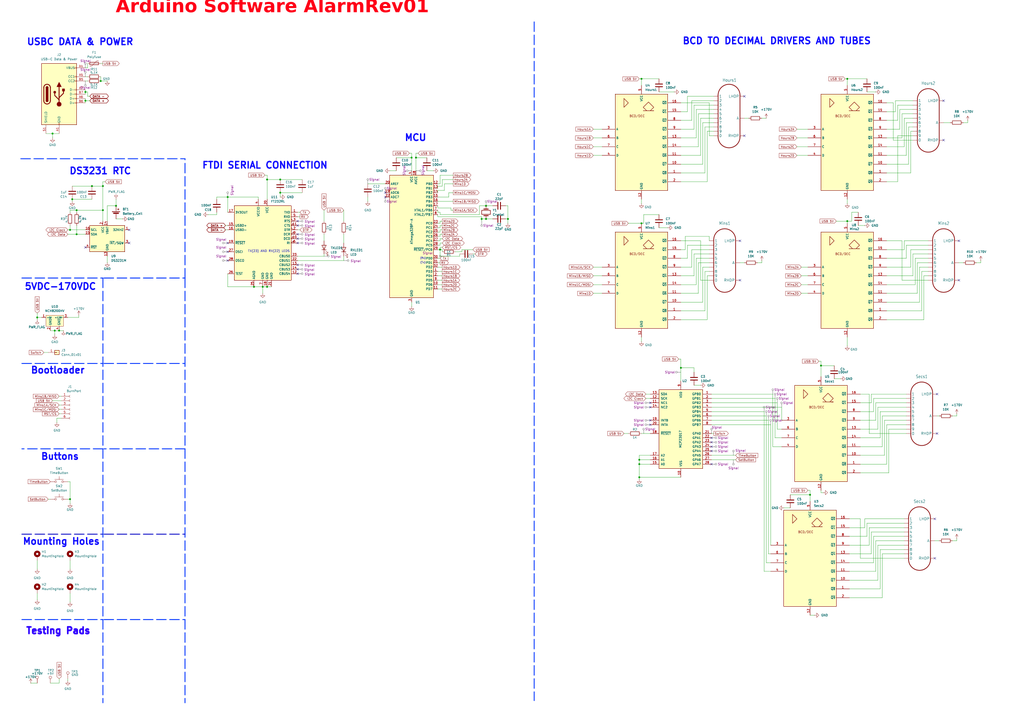
<source format=kicad_sch>
(kicad_sch (version 20250114) (generator "eeschema") (generator_version "9.0")
  (paper "A2")
  (title_block (title "NixClock Project") (date "2025-02-18") (rev "Rev03") (comment 2 "creativecommons.org/licenses/by/4.0/") (comment 3 "License: CC BY 4.0") (comment 4 "Sotiris Zannetos"))
  (lib_symbols
    (symbol "74xx_IEEE:74141"
      (property "Reference" "U" (at 0 0 0))
      (property "Value" "74141" (at 15.24 -30.48 0))
      (symbol "74141_0_0"
        (text "BCD/DEC" (at -2.54 15.24 0) (effects (font (size 1.27 1.27))))
        (pin power_in line (at 0 33.02 270) (length 5.08) (name "VCC") (number "5"))
        (pin power_in line (at 0 -33.02 90) (length 5.08) (name "GND") (number "12"))
      )
      (symbol "74141_1_1"
        (pin input line (at -22.86 7.62 0) (length 7.62) (name "A") (number "3"))
        (pin input line (at -22.86 2.54 0) (length 7.62) (name "B") (number "6"))
        (pin input line (at -22.86 -2.54 0) (length 7.62) (name "C") (number "7"))
        (pin input line (at -22.86 -7.62 0) (length 7.62) (name "D") (number "4"))
        (pin open_collector line (at 22.86 22.86 180) (length 7.62) (name "~{Q0}") (number "16"))
        (pin open_collector line (at 22.86 17.78 180) (length 7.62) (name "~{Q1}") (number "15"))
        (pin open_collector line (at 22.86 12.7 180) (length 7.62) (name "~{Q2}") (number "8"))
        (pin open_collector line (at 22.86 7.62 180) (length 7.62) (name "~{Q3}") (number "9"))
        (pin open_collector line (at 22.86 2.54 180) (length 7.62) (name "~{Q4}") (number "13"))
        (pin open_collector line (at 22.86 -2.54 180) (length 7.62) (name "~{Q5}") (number "14"))
        (pin open_collector line (at 22.86 -7.62 180) (length 7.62) (name "~{Q6}") (number "11"))
        (pin open_collector line (at 22.86 -12.7 180) (length 7.62) (name "~{Q7}") (number "10"))
        (pin open_collector line (at 22.86 -17.78 180) (length 7.62) (name "~{Q8}") (number "1"))
        (pin open_collector line (at 22.86 -22.86 180) (length 7.62) (name "~{Q9}") (number "2"))
      )
    )
    (symbol "Connector:Conn_01x06_Socket" (pin_names (offset 1.016) (hide yes))
      (property "Reference" "J" (at 0 7.62 0))
      (property "Value" "Conn_01x06_Socket" (at 0 -10.16 0))
      (symbol "Conn_01x06_Socket_1_1"
        (pin passive line (at -5.08 5.08 0) (length 3.81) (name "Pin_1") (number "1"))
        (pin passive line (at -5.08 2.54 0) (length 3.81) (name "Pin_2") (number "2"))
        (pin passive line (at -5.08 0 0) (length 3.81) (name "Pin_3") (number "3"))
        (pin passive line (at -5.08 -2.54 0) (length 3.81) (name "Pin_4") (number "4"))
        (pin passive line (at -5.08 -5.08 0) (length 3.81) (name "Pin_5") (number "5"))
        (pin passive line (at -5.08 -7.62 0) (length 3.81) (name "Pin_6") (number "6"))
      )
    )
    (symbol "Connector:TestPoint" (pin_numbers (hide yes)) (pin_names (offset 0.762) (hide yes))
      (property "Reference" "TP" (at 0 6.858 0))
      (property "Value" "TestPoint" (at 0 5.08 0))
      (symbol "TestPoint_1_1"
        (pin passive line (at 0 0 90) (length 2.54) (name "1") (number "1"))
      )
    )
    (symbol "Connector:USB_C_Receptacle_USB2.0_14P" (pin_names (offset 1.016))
      (property "Reference" "J" (at 0 22.225 0))
      (property "Value" "USB_C_Receptacle_USB2.0_14P" (at 0 19.685 0))
      (symbol "USB_C_Receptacle_USB2.0_14P_1_1"
        (pin passive line (at -7.62 -22.86 90) (length 5.08) (name "SHIELD") (number "S1"))
        (pin passive line (at 0 -22.86 90) (length 5.08) (name "GND") (number "A1"))
        (pin passive line (at 0 -22.86 90) (length 5.08) (hide yes) (name "GND") (number "A12"))
        (pin passive line (at 0 -22.86 90) (length 5.08) (hide yes) (name "GND") (number "B1"))
        (pin passive line (at 0 -22.86 90) (length 5.08) (hide yes) (name "GND") (number "B12"))
        (pin passive line (at 15.24 15.24 180) (length 5.08) (name "VBUS") (number "A4"))
        (pin passive line (at 15.24 15.24 180) (length 5.08) (hide yes) (name "VBUS") (number "A9"))
        (pin passive line (at 15.24 15.24 180) (length 5.08) (hide yes) (name "VBUS") (number "B4"))
        (pin passive line (at 15.24 15.24 180) (length 5.08) (hide yes) (name "VBUS") (number "B9"))
        (pin bidirectional line (at 15.24 10.16 180) (length 5.08) (name "CC1") (number "A5"))
        (pin bidirectional line (at 15.24 7.62 180) (length 5.08) (name "CC2") (number "B5"))
        (pin bidirectional line (at 15.24 2.54 180) (length 5.08) (name "D-") (number "A7"))
        (pin bidirectional line (at 15.24 0 180) (length 5.08) (name "D-") (number "B7"))
        (pin bidirectional line (at 15.24 -2.54 180) (length 5.08) (name "D+") (number "A6"))
        (pin bidirectional line (at 15.24 -5.08 180) (length 5.08) (name "D+") (number "B6"))
      )
    )
    (symbol "Connector_Generic:Conn_01x01" (pin_names (offset 1.016) (hide yes))
      (property "Reference" "J" (at 0 2.54 0))
      (property "Value" "Conn_01x01" (at 0 -2.54 0))
      (symbol "Conn_01x01_1_1"
        (pin passive line (at -5.08 0 0) (length 3.81) (name "Pin_1") (number "1"))
      )
    )
    (symbol "Device:Battery_Cell" (pin_numbers (hide yes)) (pin_names (offset 0) (hide yes))
      (property "Reference" "BT" (at 2.54 2.54 0))
      (property "Value" "Battery_Cell" (at 2.54 0 0))
      (symbol "Battery_Cell_1_1"
        (pin passive line (at 0 5.08 270) (length 2.54) (name "+") (number "1"))
        (pin passive line (at 0 -2.54 90) (length 2.54) (name "-") (number "2"))
      )
    )
    (symbol "Device:C" (pin_numbers (hide yes)) (pin_names (offset 0.254))
      (property "Reference" "C" (at 0.635 2.54 0))
      (property "Value" "C" (at 0.635 -2.54 0))
      (symbol "C_1_1"
        (pin passive line (at 0 3.81 270) (length 2.794) (name "~") (number "1"))
        (pin passive line (at 0 -3.81 90) (length 2.794) (name "~") (number "2"))
      )
    )
    (symbol "Device:Crystal" (pin_numbers (hide yes)) (pin_names (offset 1.016) (hide yes))
      (property "Reference" "Y" (at 0 3.81 0))
      (property "Value" "Crystal" (at 0 -3.81 0))
      (symbol "Crystal_1_1"
        (pin passive line (at -3.81 0 0) (length 1.27) (name "1") (number "1"))
        (pin passive line (at 3.81 0 180) (length 1.27) (name "2") (number "2"))
      )
    )
    (symbol "Device:LED" (pin_numbers (hide yes)) (pin_names (offset 1.016) (hide yes))
      (property "Reference" "D" (at 0 2.54 0))
      (property "Value" "LED" (at 0 -2.54 0))
      (symbol "LED_1_1"
        (pin passive line (at -3.81 0 0) (length 2.54) (name "K") (number "1"))
        (pin passive line (at 3.81 0 180) (length 2.54) (name "A") (number "2"))
      )
    )
    (symbol "Device:Polyfuse" (pin_numbers (hide yes)) (pin_names (offset 0))
      (property "Reference" "F" (at -2.54 0 90))
      (property "Value" "Polyfuse" (at 2.54 0 90))
      (symbol "Polyfuse_1_1"
        (pin passive line (at 0 3.81 270) (length 1.27) (name "~") (number "1"))
        (pin passive line (at 0 -3.81 90) (length 1.27) (name "~") (number "2"))
      )
    )
    (symbol "Device:R" (pin_numbers (hide yes)) (pin_names (offset 0))
      (property "Reference" "R" (at 2.032 0 90))
      (property "Value" "R" (at 0 0 90))
      (symbol "R_1_1"
        (pin passive line (at 0 3.81 270) (length 1.27) (name "~") (number "1"))
        (pin passive line (at 0 -3.81 90) (length 1.27) (name "~") (number "2"))
      )
    )
    (symbol "Interface_USB:FT232RL"
      (property "Reference" "U" (at -16.51 22.86 0))
      (property "Value" "FT232RL" (at 10.16 22.86 0))
      (symbol "FT232RL_1_1"
        (pin power_out line (at -20.32 17.78 0) (length 3.81) (name "3V3OUT") (number "17"))
        (pin bidirectional line (at -20.32 10.16 0) (length 3.81) (name "USBD+") (number "15"))
        (pin bidirectional line (at -20.32 7.62 0) (length 3.81) (name "USBD-") (number "16"))
        (pin input line (at -20.32 0 0) (length 3.81) (name "~{RESET}") (number "19"))
        (pin input line (at -20.32 -5.08 0) (length 3.81) (name "OSCI") (number "27"))
        (pin output line (at -20.32 -10.16 0) (length 3.81) (name "OSCO") (number "28"))
        (pin input line (at -20.32 -17.78 0) (length 3.81) (name "TEST") (number "26"))
        (pin power_in line (at -5.08 -25.4 90) (length 3.81) (name "AGND") (number "25"))
        (pin power_in line (at -2.54 25.4 270) (length 3.81) (name "VCCIO") (number "4"))
        (pin power_in line (at 0 -25.4 90) (length 3.81) (name "GND") (number "7"))
        (pin power_in line (at 2.54 25.4 270) (length 3.81) (name "VCC") (number "20"))
        (pin power_in line (at 2.54 -25.4 90) (length 3.81) (name "GND") (number "18"))
        (pin power_in line (at 5.08 -25.4 90) (length 3.81) (name "GND") (number "21"))
        (pin output line (at 20.32 17.78 180) (length 3.81) (name "TXD") (number "1"))
        (pin input line (at 20.32 15.24 180) (length 3.81) (name "RXD") (number "5"))
        (pin output output_low (at 20.32 12.7 180) (length 3.81) (name "RTS") (number "3"))
        (pin input input_low (at 20.32 10.16 180) (length 3.81) (name "CTS") (number "11"))
        (pin output output_low (at 20.32 7.62 180) (length 3.81) (name "DTR") (number "2"))
        (pin input input_low (at 20.32 5.08 180) (length 3.81) (name "DCR") (number "9"))
        (pin input input_low (at 20.32 2.54 180) (length 3.81) (name "DCD") (number "10"))
        (pin input input_low (at 20.32 0 180) (length 3.81) (name "RI") (number "6"))
        (pin bidirectional line (at 20.32 -7.62 180) (length 3.81) (name "CBUS0") (number "23"))
        (pin bidirectional line (at 20.32 -10.16 180) (length 3.81) (name "CBUS1") (number "22"))
        (pin bidirectional line (at 20.32 -12.7 180) (length 3.81) (name "CBUS2") (number "13"))
        (pin bidirectional line (at 20.32 -15.24 180) (length 3.81) (name "CBUS3") (number "14"))
        (pin bidirectional line (at 20.32 -17.78 180) (length 3.81) (name "CBUS4") (number "12"))
      )
    )
    (symbol "LED_1" (pin_numbers (hide yes)) (pin_names (offset 1.016) (hide yes))
      (property "Reference" "D" (at 0 2.54 0))
      (property "Value" "LED" (at 0 -2.54 0))
      (symbol "LED_1_1_1"
        (pin passive line (at -3.81 0 0) (length 2.54) (name "K") (number "1"))
        (pin passive line (at 3.81 0 180) (length 2.54) (name "A") (number "2"))
      )
    )
    (symbol "MCU_Microchip_ATmega:ATmega328P-A"
      (property "Reference" "U" (at -12.7 36.83 0))
      (property "Value" "ATmega328P-A" (at 2.54 -36.83 0))
      (symbol "ATmega328P-A_1_1"
        (pin passive line (at -15.24 30.48 0) (length 2.54) (name "AREF") (number "20"))
        (pin input line (at -15.24 25.4 0) (length 2.54) (name "ADC6") (number "19"))
        (pin input line (at -15.24 22.86 0) (length 2.54) (name "ADC7") (number "22"))
        (pin power_in line (at 0 38.1 270) (length 2.54) (name "VCC") (number "4"))
        (pin passive line (at 0 38.1 270) (length 2.54) (hide yes) (name "VCC") (number "6"))
        (pin passive line (at 0 -38.1 90) (length 2.54) (hide yes) (name "GND") (number "21"))
        (pin power_in line (at 0 -38.1 90) (length 2.54) (name "GND") (number "3"))
        (pin passive line (at 0 -38.1 90) (length 2.54) (hide yes) (name "GND") (number "5"))
        (pin power_in line (at 2.54 38.1 270) (length 2.54) (name "AVCC") (number "18"))
        (pin bidirectional line (at 15.24 30.48 180) (length 2.54) (name "PB0") (number "12"))
        (pin bidirectional line (at 15.24 27.94 180) (length 2.54) (name "PB1") (number "13"))
        (pin bidirectional line (at 15.24 25.4 180) (length 2.54) (name "PB2") (number "14"))
        (pin bidirectional line (at 15.24 22.86 180) (length 2.54) (name "PB3") (number "15"))
        (pin bidirectional line (at 15.24 20.32 180) (length 2.54) (name "PB4") (number "16"))
        (pin bidirectional line (at 15.24 17.78 180) (length 2.54) (name "PB5") (number "17"))
        (pin bidirectional line (at 15.24 15.24 180) (length 2.54) (name "XTAL1/PB6") (number "7"))
        (pin bidirectional line (at 15.24 12.7 180) (length 2.54) (name "XTAL2/PB7") (number "8"))
        (pin bidirectional line (at 15.24 7.62 180) (length 2.54) (name "PC0") (number "23"))
        (pin bidirectional line (at 15.24 5.08 180) (length 2.54) (name "PC1") (number "24"))
        (pin bidirectional line (at 15.24 2.54 180) (length 2.54) (name "PC2") (number "25"))
        (pin bidirectional line (at 15.24 0 180) (length 2.54) (name "PC3") (number "26"))
        (pin bidirectional line (at 15.24 -2.54 180) (length 2.54) (name "PC4") (number "27"))
        (pin bidirectional line (at 15.24 -5.08 180) (length 2.54) (name "PC5") (number "28"))
        (pin bidirectional line (at 15.24 -7.62 180) (length 2.54) (name "~{RESET}/PC6") (number "29"))
        (pin bidirectional line (at 15.24 -12.7 180) (length 2.54) (name "PD0") (number "30"))
        (pin bidirectional line (at 15.24 -15.24 180) (length 2.54) (name "PD1") (number "31"))
        (pin bidirectional line (at 15.24 -17.78 180) (length 2.54) (name "PD2") (number "32"))
        (pin bidirectional line (at 15.24 -20.32 180) (length 2.54) (name "PD3") (number "1"))
        (pin bidirectional line (at 15.24 -22.86 180) (length 2.54) (name "PD4") (number "2"))
        (pin bidirectional line (at 15.24 -25.4 180) (length 2.54) (name "PD5") (number "9"))
        (pin bidirectional line (at 15.24 -27.94 180) (length 2.54) (name "PD6") (number "10"))
        (pin bidirectional line (at 15.24 -30.48 180) (length 2.54) (name "PD7") (number "11"))
      )
    )
    (symbol "Mechanical:MountingHole_Pad" (pin_numbers (hide yes)) (pin_names (offset 1.016) (hide yes)) (exclude_from_sim yes) (in_bom no)
      (property "Reference" "H" (at 0 6.35 0))
      (property "Value" "MountingHole_Pad" (at 0 4.445 0))
      (symbol "MountingHole_Pad_1_1"
        (pin input line (at 0 -2.54 90) (length 2.54) (name "1") (number "1"))
      )
    )
    (symbol "NCH8200HV_1"
      (property "Reference" "U" (at 0 5.588 0))
      (property "Value" "NCH8200HV" (at 0 3.556 0))
      (symbol "NCH8200HV_1_1_1"
        (pin power_in line (at -7.62 1.27 0) (length 2.54) (name "+5V") (number "1"))
        (pin power_in line (at -2.54 -6.35 90) (length 2.54) (name "GND") (number "2"))
        (pin power_in line (at 2.54 -6.35 90) (length 2.54) (name "GND") (number "4"))
        (pin power_out line (at 7.62 1.27 180) (length 2.54) (name "+170V") (number "3"))
      )
    )
    (symbol "NixLibrary:MCP23017_SSOP" (pin_names (offset 1.016))
      (property "Reference" "U2" (at 0.762 27.94 0))
      (property "Value" "MCP23017" (at -0.254 -10.922 90))
      (symbol "MCP23017_SSOP_1_1"
        (pin bidirectional line (at -17.78 20.32 0) (length 5.08) (name "SDA") (number "13"))
        (pin input line (at -17.78 17.78 0) (length 5.08) (name "SCK") (number "12"))
        (pin input line (at -17.78 15.24 0) (length 5.08) (name "NC1") (number "11"))
        (pin input line (at -17.78 12.7 0) (length 5.08) (name "NC2") (number "14"))
        (pin tri_state line (at -17.78 5.08 0) (length 5.08) (name "INTB") (number "19"))
        (pin tri_state line (at -17.78 2.54 0) (length 5.08) (name "INTA") (number "20"))
        (pin input line (at -17.78 -2.54 0) (length 5.08) (name "~{RESET}") (number "18"))
        (pin input line (at -17.78 -15.24 0) (length 5.08) (name "A2") (number "17"))
        (pin input line (at -17.78 -17.78 0) (length 5.08) (name "A1") (number "16"))
        (pin input line (at -17.78 -20.32 0) (length 5.08) (name "A0") (number "15"))
        (pin power_in line (at 0 27.94 270) (length 5.08) (name "VDD") (number "9"))
        (pin power_in line (at 0 -27.94 90) (length 5.08) (name "VSS") (number "10"))
        (pin bidirectional line (at 17.78 20.32 180) (length 5.08) (name "GPB0") (number "1"))
        (pin bidirectional line (at 17.78 17.78 180) (length 5.08) (name "GPB1") (number "2"))
        (pin bidirectional line (at 17.78 15.24 180) (length 5.08) (name "GPB2") (number "3"))
        (pin bidirectional line (at 17.78 12.7 180) (length 5.08) (name "GPB3") (number "4"))
        (pin bidirectional line (at 17.78 10.16 180) (length 5.08) (name "GPB4") (number "5"))
        (pin bidirectional line (at 17.78 7.62 180) (length 5.08) (name "GPB5") (number "6"))
        (pin bidirectional line (at 17.78 5.08 180) (length 5.08) (name "GPB6") (number "7"))
        (pin bidirectional line (at 17.78 2.54 180) (length 5.08) (name "GPB7") (number "8"))
        (pin bidirectional line (at 17.78 -2.54 180) (length 5.08) (name "GPA0") (number "21"))
        (pin bidirectional line (at 17.78 -5.08 180) (length 5.08) (name "GPA1") (number "22"))
        (pin bidirectional line (at 17.78 -7.62 180) (length 5.08) (name "GPA2") (number "23"))
        (pin bidirectional line (at 17.78 -10.16 180) (length 5.08) (name "GPA3") (number "24"))
        (pin bidirectional line (at 17.78 -12.7 180) (length 5.08) (name "GPA4") (number "25"))
        (pin bidirectional line (at 17.78 -15.24 180) (length 5.08) (name "GPA5") (number "26"))
        (pin bidirectional line (at 17.78 -17.78 180) (length 5.08) (name "GPA6") (number "27"))
        (pin bidirectional line (at 17.78 -20.32 180) (length 5.08) (name "GPA7") (number "28"))
      )
    )
    (symbol "Switch:SW_Push" (pin_numbers (hide yes)) (pin_names (offset 1.016) (hide yes))
      (property "Reference" "SW" (at 1.27 2.54 0))
      (property "Value" "SW_Push" (at 0 -1.524 0))
      (symbol "SW_Push_0_1"
        (pin passive line (at -5.08 0 0) (length 2.54) (name "1") (number "1"))
        (pin passive line (at 5.08 0 180) (length 2.54) (name "2") (number "2"))
      )
    )
    (symbol "Timer_RTC:DS3231M"
      (property "Reference" "U" (at -7.62 8.89 0))
      (property "Value" "DS3231M" (at 10.16 8.89 0))
      (symbol "DS3231M_1_1"
        (pin input line (at -12.7 5.08 0) (length 2.54) (name "SCL") (number "16"))
        (pin bidirectional line (at -12.7 2.54 0) (length 2.54) (name "SDA") (number "15"))
        (pin bidirectional line (at -12.7 -5.08 0) (length 2.54) (name "~{RST}") (number "4"))
        (pin power_in line (at -2.54 10.16 270) (length 2.54) (name "VCC") (number "2"))
        (pin power_in line (at 0 10.16 270) (length 2.54) (name "VBAT") (number "14"))
        (pin passive line (at 0 -10.16 90) (length 2.54) (hide yes) (name "GND") (number "10"))
        (pin passive line (at 0 -10.16 90) (length 2.54) (hide yes) (name "GND") (number "11"))
        (pin passive line (at 0 -10.16 90) (length 2.54) (hide yes) (name "GND") (number "12"))
        (pin power_in line (at 0 -10.16 90) (length 2.54) (name "GND") (number "13"))
        (pin passive line (at 0 -10.16 90) (length 2.54) (hide yes) (name "GND") (number "5"))
        (pin passive line (at 0 -10.16 90) (length 2.54) (hide yes) (name "GND") (number "6"))
        (pin passive line (at 0 -10.16 90) (length 2.54) (hide yes) (name "GND") (number "7"))
        (pin passive line (at 0 -10.16 90) (length 2.54) (hide yes) (name "GND") (number "8"))
        (pin passive line (at 0 -10.16 90) (length 2.54) (hide yes) (name "GND") (number "9"))
        (pin open_collector line (at 12.7 5.08 180) (length 2.54) (name "32KHZ") (number "1"))
        (pin open_collector line (at 12.7 -2.54 180) (length 2.54) (name "~{INT}/SQW") (number "3"))
      )
    )
    (symbol "nixies-us:IN-14"
      (property "Reference" "N" (at -2.54 18.415 0))
      (symbol "IN-14_1_0"
        (pin bidirectional line (at -7.62 10.16 0) (length 2.54) (name "1") (number "1"))
        (pin bidirectional line (at -7.62 7.62 0) (length 2.54) (name "2") (number "2"))
        (pin bidirectional line (at -7.62 5.08 0) (length 2.54) (name "3") (number "3"))
        (pin bidirectional line (at -7.62 2.54 0) (length 2.54) (name "4") (number "4"))
        (pin bidirectional line (at -7.62 0 0) (length 2.54) (name "5") (number "5"))
        (pin bidirectional line (at -7.62 -2.54 0) (length 2.54) (name "6") (number "6"))
        (pin bidirectional line (at -7.62 -5.08 0) (length 2.54) (name "7") (number "7"))
        (pin bidirectional line (at -7.62 -7.62 0) (length 2.54) (name "8") (number "8"))
        (pin bidirectional line (at -7.62 -10.16 0) (length 2.54) (name "9") (number "9"))
        (pin bidirectional line (at -7.62 -12.7 0) (length 2.54) (name "0") (number "0"))
        (pin bidirectional line (at 10.16 10.16 180) (length 2.54) (name "LHDP") (number "LHDP"))
        (pin bidirectional line (at 10.16 -2.54 180) (length 2.54) (name "A") (number "A"))
        (pin bidirectional line (at 10.16 -12.7 180) (length 2.54) (name "RHDP") (number "RHDP"))
      )
    )
    (symbol "power:GND" (power) (pin_numbers (hide yes)) (pin_names (offset 0) (hide yes))
      (property "Value" "GND" (at 0 -3.81 0))
      (symbol "GND_1_1"
        (pin power_in line (at 0 0 270) (length 0) (name "~") (number "1"))
      )
    )
    (symbol "power:PWR_FLAG" (power) (pin_numbers (hide yes)) (pin_names (offset 0) (hide yes))
      (property "Value" "PWR_FLAG" (at 0 3.81 0))
      (symbol "PWR_FLAG_0_0"
        (pin power_out line (at 0 0 90) (length 0) (name "~") (number "1"))
      )
    )
    (symbol "power:VDD" (power) (pin_numbers (hide yes)) (pin_names (offset 0) (hide yes))
      (property "Value" "VDD" (at 0 3.556 0))
      (symbol "VDD_1_1"
        (pin power_in line (at 0 0 90) (length 0) (name "~") (number "1"))
      )
    )
  )
  (text "DS3231 RTC" (at 58.166 99.314 0) (effects (font (size 3.81 3.81) (thickness 0.762) (bold yes))))
  (text "FTDI SERIAL CONNECTION\n" (at 153.67 96.012 0) (effects (font (size 3.81 3.81) (thickness 0.762) (bold yes))))
  (text "(Rx)" (at 245.364 149.86 0) (effects (font (size 1.016 1.016))))
  (text "5VDC-170VDC\n\n" (at 35.052 169.418 0) (effects (font (size 3.81 3.81) (thickness 0.762) (bold yes))))
  (text "USBC DATA & POWER\n" (at 46.482 24.384 0) (effects (font (size 3.81 3.81) (thickness 0.762) (bold yes))))
  (text "(Tx)" (at 245.364 152.4 0) (effects (font (size 1.016 1.016))))
  (text "Arduino Software AlarmRev01" (at 157.988 6.096 0) (effects (font (size 7.62 7.62) (thickness 0.254) (bold yes))))
  (text "BCD TO DECIMAL DRIVERS AND TUBES\n\n" (at 450.596 26.924 0) (effects (font (size 3.81 3.81) (thickness 0.762) (bold yes))))
  (text "TX(23) AND RX(22) LEDS" (at 155.956 145.796 0) (effects (font (size 1.27 1.27))))
  (text "Buttons\n" (at 34.798 264.922 0) (effects (font (size 3.81 3.81) (thickness 0.762) (bold yes))))
  (text "Testing Pads" (at 33.782 366.014 0) (effects (font (size 3.81 3.81) (thickness 1.016) (bold yes))))
  (text "Bootloader\n" (at 33.528 214.884 0) (effects (font (size 3.81 3.81) (thickness 0.762) (bold yes))))
  (text "MCU\n\n" (at 241.046 83.058 0) (effects (font (size 3.81 3.81) (thickness 0.762) (bold yes))))
  (text "Mounting Holes" (at 35.56 314.198 0) (effects (font (size 3.81 3.81) (thickness 0.762) (bold yes))))
  (junction (at 132.08 114.3))
  (junction (at 394.97 213.36))
  (junction (at 152.4 166.37))
  (junction (at 31.75 191.77))
  (junction (at 370.84 269.24))
  (junction (at 469.9 287.02))
  (junction (at 154.94 166.37))
  (junction (at 370.84 276.86))
  (junction (at 58.42 46.99))
  (junction (at 162.56 111.76))
  (junction (at 372.11 129.54))
  (junction (at 67.31 119.38))
  (junction (at 255.27 144.78))
  (junction (at 34.29 191.77))
  (junction (at 59.69 107.95))
  (junction (at 491.49 45.72))
  (junction (at 154.94 104.14))
  (junction (at 491.49 128.27))
  (junction (at 59.69 121.92))
  (junction (at 279.4 127))
  (junction (at 294.64 127))
  (junction (at 241.3 91.44))
  (junction (at 44.45 121.92))
  (junction (at 40.64 133.35))
  (junction (at 30.48 77.47))
  (junction (at 281.94 119.38))
  (junction (at 41.91 115.57))
  (junction (at 40.64 289.56))
  (junction (at 49.53 53.34))
  (junction (at 162.56 104.14))
  (junction (at 281.94 127))
  (junction (at 372.11 45.72))
  (junction (at 49.53 58.42))
  (junction (at 476.25 212.09))
  (junction (at 147.32 166.37))
  (junction (at 53.34 107.95))
  (junction (at 238.76 91.44))
  (junction (at 21.59 184.15))
  (junction (at 44.45 135.89))
  (junction (at 370.84 266.7))
  (no_connect (at 377.19 233.68))
  (no_connect (at 172.72 130.81))
  (no_connect (at 172.72 158.75))
  (no_connect (at 543.56 251.46))
  (no_connect (at 132.08 151.13))
  (no_connect (at 377.19 246.38))
  (no_connect (at 429.26 139.7))
  (no_connect (at 132.08 146.05))
  (no_connect (at 172.72 140.97))
  (no_connect (at 377.19 243.84))
  (no_connect (at 412.75 261.62))
  (no_connect (at 412.75 254))
  (no_connect (at 172.72 153.67))
  (no_connect (at 172.72 138.43))
  (no_connect (at 377.19 236.22))
  (no_connect (at 223.52 111.76))
  (no_connect (at 172.72 135.89))
  (no_connect (at 431.8 55.88))
  (no_connect (at 556.26 139.7))
  (no_connect (at 74.93 140.97))
  (no_connect (at 412.75 259.08))
  (no_connect (at 412.75 256.54))
  (no_connect (at 431.8 78.74))
  (no_connect (at 74.93 133.35))
  (no_connect (at 172.72 128.27))
  (no_connect (at 547.37 58.42))
  (no_connect (at 547.37 81.28))
  (no_connect (at 543.56 228.6))
  (no_connect (at 542.29 300.99))
  (no_connect (at 412.75 269.24))
  (no_connect (at 172.72 156.21))
  (no_connect (at 223.52 114.3))
  (no_connect (at 429.26 162.56))
  (no_connect (at 556.26 162.56))
  (no_connect (at 132.08 140.97))
  (no_connect (at 49.53 143.51))
  (no_connect (at 542.29 323.85))
  (wire (pts (xy 261.62 120.65) (xy 261.62 121.92)))
  (wire (pts (xy 543.56 241.3) (xy 544.83 241.3)))
  (wire (pts (xy 454.66 294.64) (xy 458.47 294.64)))
  (wire (pts (xy 40.64 289.56) (xy 39.37 289.56)))
  (wire (pts (xy 412.75 246.38) (xy 447.04 246.38)))
  (wire (pts (xy 408.94 180.34) (xy 408.94 157.48)))
  (wire (pts (xy 534.67 180.34) (xy 534.67 157.48)))
  (wire (pts (xy 533.4 154.94) (xy 538.48 154.94)))
  (wire (pts (xy 449.58 231.14) (xy 449.58 254)))
  (wire (pts (xy 52.07 55.88) (xy 50.8 55.88)))
  (wire (pts (xy 34.29 229.87) (xy 35.56 229.87)))
  (wire (pts (xy 372.11 195.58) (xy 372.11 198.12)))
  (wire (pts (xy 411.48 78.74) (xy 414.02 78.74)))
  (wire (pts (xy 255.27 138.43) (xy 256.54 138.43)))
  (wire (pts (xy 254 154.94) (xy 256.54 154.94)))
  (wire (pts (xy 513.08 264.16) (xy 513.08 243.84)))
  (wire (pts (xy 492.76 306.07) (xy 501.65 306.07)))
  (wire (pts (xy 402.59 213.36) (xy 402.59 215.9)))
  (wire (pts (xy 554.99 313.69) (xy 554.99 312.42)))
  (wire (pts (xy 255.27 123.19) (xy 254 123.19)))
  (wire (pts (xy 370.84 269.24) (xy 370.84 276.86)))
  (wire (pts (xy 511.81 346.71) (xy 511.81 321.31)))
  (wire (pts (xy 254 125.73) (xy 279.4 125.73)))
  (wire (pts (xy 499.11 233.68) (xy 505.46 233.68)))
  (wire (pts (xy 514.35 160.02) (xy 529.59 160.02)))
  (wire (pts (xy 444.5 326.39) (xy 447.04 326.39)))
  (wire (pts (xy 394.97 144.78) (xy 397.51 144.78)))
  (wire (pts (xy 514.35 144.78) (xy 524.51 144.78)))
  (wire (pts (xy 406.4 90.17) (xy 406.4 68.58)))
  (wire (pts (xy 556.26 152.4) (xy 558.8 152.4)))
  (wire (pts (xy 506.73 311.15) (xy 524.51 311.15)))
  (wire (pts (xy 410.21 160.02) (xy 411.48 160.02)))
  (wire (pts (xy 254 162.56) (xy 256.54 162.56)))
  (wire (pts (xy 255.27 137.16) (xy 254 137.16)))
  (wire (pts (xy 34.29 396.24) (xy 29.21 396.24)))
  (wire (pts (xy 120.65 124.46) (xy 125.73 124.46)))
  (wire (pts (xy 476.25 209.55) (xy 476.25 212.09)))
  (wire (pts (xy 469.9 287.02) (xy 469.9 290.83)))
  (wire (pts (xy 260.35 111.76) (xy 260.35 114.3)))
  (wire (pts (xy 238.76 91.44) (xy 238.76 99.06)))
  (wire (pts (xy 255.27 129.54) (xy 254 129.54)))
  (wire (pts (xy 281.94 119.38) (xy 285.75 119.38)))
  (polyline (pts (xy 60.325 210.82) (xy 107.315 210.82)) (stroke (width 0.508) (type dash) (color 0 51 255 1)))
  (wire (pts (xy 514.35 85.09) (xy 524.51 85.09)))
  (wire (pts (xy 525.78 149.86) (xy 525.78 142.24)))
  (wire (pts (xy 34.29 191.77) (xy 36.83 191.77)))
  (wire (pts (xy 49.53 58.42) (xy 52.07 58.42)))
  (wire (pts (xy 130.81 130.81) (xy 132.08 130.81)))
  (wire (pts (xy 527.05 95.25) (xy 527.05 73.66)))
  (polyline (pts (xy 309.88 12.7) (xy 309.88 406.4)) (stroke (width 0.508) (type dash) (color 0 51 255 1)))
  (wire (pts (xy 294.64 119.38) (xy 293.37 119.38)))
  (wire (pts (xy 514.35 246.38) (xy 525.78 246.38)))
  (wire (pts (xy 229.87 91.44) (xy 238.76 91.44)))
  (wire (pts (xy 241.3 91.44) (xy 247.65 91.44)))
  (wire (pts (xy 31.75 194.31) (xy 31.75 191.77)))
  (wire (pts (xy 262.89 104.14) (xy 256.54 104.14)))
  (wire (pts (xy 254 152.4) (xy 255.27 152.4)))
  (wire (pts (xy 34.29 396.24) (xy 34.29 393.7)))
  (wire (pts (xy 344.17 154.94) (xy 349.25 154.94)))
  (wire (pts (xy 499.11 248.92) (xy 509.27 248.92)))
  (wire (pts (xy 255.27 138.43) (xy 255.27 139.7)))
  (wire (pts (xy 21.59 181.61) (xy 21.59 184.15)))
  (wire (pts (xy 257.81 106.68) (xy 257.81 110.49)))
  (wire (pts (xy 464.82 170.18) (xy 468.63 170.18)))
  (wire (pts (xy 49.53 46.99) (xy 50.8 46.99)))
  (wire (pts (xy 403.86 80.01) (xy 403.86 63.5)))
  (wire (pts (xy 523.24 66.04) (xy 529.59 66.04)))
  (wire (pts (xy 490.22 45.72) (xy 491.49 45.72)))
  (wire (pts (xy 411.48 59.69) (xy 411.48 78.74)))
  (wire (pts (xy 187.96 121.92) (xy 187.96 128.27)))
  (wire (pts (xy 58.42 36.83) (xy 59.69 36.83)))
  (polyline (pts (xy 107.315 260.35) (xy 60.325 260.35)) (stroke (width 0.508) (type dash) (color 0 51 255 1)))
  (wire (pts (xy 450.85 233.68) (xy 450.85 248.92)))
  (wire (pts (xy 505.46 321.31) (xy 505.46 308.61)))
  (wire (pts (xy 41.91 115.57) (xy 53.34 115.57)))
  (wire (pts (xy 281.94 127) (xy 285.75 127)))
  (wire (pts (xy 504.19 228.6) (xy 504.19 251.46)))
  (wire (pts (xy 49.53 52.07) (xy 49.53 53.34)))
  (wire (pts (xy 344.17 85.09) (xy 349.25 85.09)))
  (wire (pts (xy 492.76 336.55) (xy 509.27 336.55)))
  (wire (pts (xy 394.97 213.36) (xy 402.59 213.36)))
  (wire (pts (xy 152.4 166.37) (xy 154.94 166.37)))
  (wire (pts (xy 187.96 147.32) (xy 187.96 148.59)))
  (wire (pts (xy 264.16 146.05) (xy 267.97 146.05)))
  (wire (pts (xy 494.03 123.19) (xy 497.84 123.19)))
  (wire (pts (xy 172.72 133.35) (xy 173.99 133.35)))
  (wire (pts (xy 499.11 269.24) (xy 514.35 269.24)))
  (wire (pts (xy 525.78 142.24) (xy 538.48 142.24)))
  (wire (pts (xy 394.97 208.28) (xy 394.97 213.36)))
  (wire (pts (xy 504.19 251.46) (xy 525.78 251.46)))
  (wire (pts (xy 407.67 71.12) (xy 414.02 71.12)))
  (wire (pts (xy 394.97 213.36) (xy 394.97 220.98)))
  (wire (pts (xy 26.67 77.47) (xy 30.48 77.47)))
  (wire (pts (xy 267.97 146.05) (xy 267.97 144.78)))
  (wire (pts (xy 21.59 344.17) (xy 21.59 347.98)))
  (wire (pts (xy 132.08 158.75) (xy 132.08 166.37)))
  (wire (pts (xy 412.75 236.22) (xy 453.39 236.22)))
  (wire (pts (xy 518.16 59.69) (xy 518.16 81.28)))
  (wire (pts (xy 40.64 344.17) (xy 40.64 349.25)))
  (wire (pts (xy 411.48 137.16) (xy 411.48 139.7)))
  (wire (pts (xy 514.35 59.69) (xy 518.16 59.69)))
  (wire (pts (xy 566.42 152.4) (xy 568.96 152.4)))
  (wire (pts (xy 17.78 396.24) (xy 21.59 396.24)))
  (wire (pts (xy 44.45 130.81) (xy 44.45 135.89)))
  (wire (pts (xy 398.78 142.24) (xy 411.48 142.24)))
  (wire (pts (xy 476.25 212.09) (xy 476.25 218.44)))
  (wire (pts (xy 514.35 170.18) (xy 532.13 170.18)))
  (wire (pts (xy 394.97 59.69) (xy 411.48 59.69)))
  (wire (pts (xy 154.94 104.14) (xy 154.94 115.57)))
  (wire (pts (xy 254 110.49) (xy 257.81 110.49)))
  (wire (pts (xy 499.11 228.6) (xy 504.19 228.6)))
  (polyline (pts (xy 107.315 161.29) (xy 107.315 407.67)) (stroke (width 0.508) (type dash) (color 0 51 255 1)))
  (wire (pts (xy 394.97 69.85) (xy 401.32 69.85)))
  (wire (pts (xy 514.35 139.7) (xy 523.24 139.7)))
  (wire (pts (xy 344.17 74.93) (xy 349.25 74.93)))
  (wire (pts (xy 162.56 111.76) (xy 162.56 114.3)))
  (wire (pts (xy 412.75 243.84) (xy 445.77 243.84)))
  (polyline (pts (xy 12.7 309.88) (xy 59.69 309.88)) (stroke (width 0.508) (type dash)))
  (wire (pts (xy 513.08 243.84) (xy 525.78 243.84)))
  (wire (pts (xy 542.29 313.69) (xy 544.83 313.69)))
  (wire (pts (xy 255.27 128.27) (xy 255.27 129.54)))
  (wire (pts (xy 49.53 53.34) (xy 49.53 54.61)))
  (wire (pts (xy 344.17 165.1) (xy 349.25 165.1)))
  (wire (pts (xy 444.5 241.3) (xy 444.5 326.39)))
  (wire (pts (xy 527.05 73.66) (xy 529.59 73.66)))
  (wire (pts (xy 530.86 165.1) (xy 530.86 149.86)))
  (wire (pts (xy 382.27 132.08) (xy 387.35 132.08)))
  (wire (pts (xy 476.25 285.75) (xy 476.25 284.48)))
  (wire (pts (xy 514.35 90.17) (xy 525.78 90.17)))
  (wire (pts (xy 254 157.48) (xy 256.54 157.48)))
  (wire (pts (xy 530.86 149.86) (xy 538.48 149.86)))
  (wire (pts (xy 509.27 336.55) (xy 509.27 316.23)))
  (wire (pts (xy 41.91 116.84) (xy 41.91 115.57)))
  (wire (pts (xy 533.4 175.26) (xy 533.4 154.94)))
  (wire (pts (xy 59.69 107.95) (xy 59.69 121.92)))
  (wire (pts (xy 62.23 46.99) (xy 58.42 46.99)))
  (wire (pts (xy 382.27 53.34) (xy 391.16 53.34)))
  (wire (pts (xy 514.35 165.1) (xy 530.86 165.1)))
  (wire (pts (xy 394.97 154.94) (xy 401.32 154.94)))
  (wire (pts (xy 528.32 154.94) (xy 528.32 144.78)))
  (wire (pts (xy 34.29 237.49) (xy 35.56 237.49)))
  (wire (pts (xy 497.84 130.81) (xy 501.65 130.81)))
  (wire (pts (xy 402.59 160.02) (xy 402.59 147.32)))
  (wire (pts (xy 364.49 129.54) (xy 372.11 129.54)))
  (wire (pts (xy 491.49 45.72) (xy 502.92 45.72)))
  (wire (pts (xy 448.31 228.6) (xy 448.31 259.08)))
  (wire (pts (xy 294.64 127) (xy 294.64 129.54)))
  (wire (pts (xy 162.56 104.14) (xy 175.26 104.14)))
  (wire (pts (xy 532.13 152.4) (xy 538.48 152.4)))
  (wire (pts (xy 510.54 341.63) (xy 510.54 318.77)))
  (wire (pts (xy 445.77 243.84) (xy 445.77 321.31)))
  (wire (pts (xy 532.13 170.18) (xy 532.13 152.4)))
  (wire (pts (xy 256.54 144.78) (xy 256.54 146.05)))
  (wire (pts (xy 520.7 69.85) (xy 520.7 60.96)))
  (wire (pts (xy 506.73 238.76) (xy 506.73 231.14)))
  (wire (pts (xy 412.75 251.46) (xy 414.02 251.46)))
  (wire (pts (xy 393.7 208.28) (xy 394.97 208.28)))
  (wire (pts (xy 254 114.3) (xy 260.35 114.3)))
  (wire (pts (xy 279.4 128.27) (xy 279.4 127)))
  (wire (pts (xy 256.54 104.14) (xy 256.54 107.95)))
  (wire (pts (xy 21.59 184.15) (xy 21.59 185.42)))
  (polyline (pts (xy 107.315 161.29) (xy 107.315 92.075)) (stroke (width 0.508) (type dash) (color 0 51 255 1)))
  (wire (pts (xy 429.26 152.4) (xy 431.8 152.4)))
  (wire (pts (xy 44.45 135.89) (xy 49.53 135.89)))
  (wire (pts (xy 394.97 90.17) (xy 406.4 90.17)))
  (wire (pts (xy 254 123.19) (xy 254 121.92)))
  (wire (pts (xy 508 243.84) (xy 508 233.68)))
  (wire (pts (xy 39.37 184.15) (xy 45.72 184.15)))
  (wire (pts (xy 449.58 254) (xy 453.39 254)))
  (wire (pts (xy 50.8 53.34) (xy 49.53 53.34)))
  (wire (pts (xy 561.34 71.12) (xy 561.34 69.85)))
  (wire (pts (xy 462.28 85.09) (xy 468.63 85.09)))
  (wire (pts (xy 398.78 64.77) (xy 398.78 55.88)))
  (polyline (pts (xy 12.065 92.075) (xy 59.055 92.075)) (stroke (width 0.508) (type dash) (color 0 51 255 1)))
  (wire (pts (xy 491.49 195.58) (xy 491.49 200.66)))
  (wire (pts (xy 402.59 147.32) (xy 411.48 147.32)))
  (wire (pts (xy 441.96 68.58) (xy 444.5 68.58)))
  (wire (pts (xy 534.67 157.48) (xy 538.48 157.48)))
  (wire (pts (xy 492.76 346.71) (xy 511.81 346.71)))
  (wire (pts (xy 439.42 152.4) (xy 441.96 152.4)))
  (wire (pts (xy 59.69 121.92) (xy 59.69 128.27)))
  (wire (pts (xy 515.62 248.92) (xy 525.78 248.92)))
  (wire (pts (xy 408.94 100.33) (xy 408.94 73.66)))
  (wire (pts (xy 255.27 133.35) (xy 255.27 134.62)))
  (wire (pts (xy 372.11 251.46) (xy 377.19 251.46)))
  (wire (pts (xy 50.8 55.88) (xy 50.8 53.34)))
  (wire (pts (xy 39.37 393.7) (xy 39.37 394.97)))
  (wire (pts (xy 394.97 105.41) (xy 410.21 105.41)))
  (wire (pts (xy 40.64 279.4) (xy 40.64 289.56)))
  (wire (pts (xy 502.92 311.15) (xy 502.92 303.53)))
  (wire (pts (xy 255.27 128.27) (xy 256.54 128.27)))
  (wire (pts (xy 492.76 311.15) (xy 502.92 311.15)))
  (wire (pts (xy 394.97 185.42) (xy 410.21 185.42)))
  (wire (pts (xy 523.24 162.56) (xy 538.48 162.56)))
  (wire (pts (xy 491.49 128.27) (xy 494.03 128.27)))
  (wire (pts (xy 60.96 105.41) (xy 59.69 105.41)))
  (wire (pts (xy 149.86 115.57) (xy 149.86 114.3)))
  (wire (pts (xy 44.45 123.19) (xy 44.45 121.92)))
  (wire (pts (xy 501.65 306.07) (xy 501.65 300.99)))
  (wire (pts (xy 458.47 287.02) (xy 469.9 287.02)))
  (wire (pts (xy 147.32 166.37) (xy 152.4 166.37)))
  (wire (pts (xy 401.32 69.85) (xy 401.32 58.42)))
  (wire (pts (xy 528.32 144.78) (xy 538.48 144.78)))
  (wire (pts (xy 410.21 105.41) (xy 410.21 76.2)))
  (wire (pts (xy 508 233.68) (xy 525.78 233.68)))
  (polyline (pts (xy 59.69 161.29) (xy 59.69 407.67)) (stroke (width 0.508) (type dash) (color 0 51 255 1)))
  (wire (pts (xy 255.27 134.62) (xy 254 134.62)))
  (wire (pts (xy 394.97 165.1) (xy 403.86 165.1)))
  (wire (pts (xy 410.21 185.42) (xy 410.21 160.02)))
  (wire (pts (xy 520.7 105.41) (xy 520.7 78.74)))
  (wire (pts (xy 40.64 289.56) (xy 40.64 292.1)))
  (wire (pts (xy 294.64 119.38) (xy 294.64 127)))
  (wire (pts (xy 125.73 124.46) (xy 125.73 123.19)))
  (wire (pts (xy 401.32 154.94) (xy 401.32 144.78)))
  (wire (pts (xy 514.35 64.77) (xy 519.43 64.77)))
  (wire (pts (xy 412.75 233.68) (xy 450.85 233.68)))
  (wire (pts (xy 254 111.76) (xy 254 110.49)))
  (wire (pts (xy 492.76 300.99) (xy 499.11 300.99)))
  (wire (pts (xy 510.54 254) (xy 510.54 238.76)))
  (wire (pts (xy 406.4 68.58) (xy 414.02 68.58)))
  (wire (pts (xy 241.3 88.9) (xy 241.3 91.44)))
  (wire (pts (xy 485.14 128.27) (xy 491.49 128.27)))
  (wire (pts (xy 443.23 238.76) (xy 443.23 331.47)))
  (wire (pts (xy 59.69 105.41) (xy 59.69 107.95)))
  (wire (pts (xy 499.11 300.99) (xy 499.11 323.85)))
  (wire (pts (xy 412.75 231.14) (xy 449.58 231.14)))
  (wire (pts (xy 523.24 139.7) (xy 523.24 162.56)))
  (wire (pts (xy 509.27 316.23) (xy 524.51 316.23)))
  (wire (pts (xy 44.45 121.92) (xy 59.69 121.92)))
  (wire (pts (xy 30.48 77.47) (xy 30.48 80.01)))
  (wire (pts (xy 441.96 152.4) (xy 441.96 151.13)))
  (wire (pts (xy 514.35 105.41) (xy 520.7 105.41)))
  (wire (pts (xy 255.27 148.59) (xy 266.7 148.59)))
  (wire (pts (xy 67.31 119.38) (xy 62.23 119.38)))
  (wire (pts (xy 514.35 100.33) (xy 528.32 100.33)))
  (wire (pts (xy 370.84 45.72) (xy 372.11 45.72)))
  (wire (pts (xy 162.56 111.76) (xy 175.26 111.76)))
  (wire (pts (xy 256.54 144.78) (xy 255.27 144.78)))
  (wire (pts (xy 514.35 269.24) (xy 514.35 246.38)))
  (wire (pts (xy 412.75 228.6) (xy 448.31 228.6)))
  (polyline (pts (xy 60.325 161.29) (xy 107.315 161.29)) (stroke (width 0.508) (type dash) (color 0 51 255 1)))
  (wire (pts (xy 403.86 165.1) (xy 403.86 149.86)))
  (wire (pts (xy 508 313.69) (xy 524.51 313.69)))
  (wire (pts (xy 524.51 144.78) (xy 524.51 139.7)))
  (wire (pts (xy 410.21 76.2) (xy 414.02 76.2)))
  (wire (pts (xy 511.81 321.31) (xy 524.51 321.31)))
  (wire (pts (xy 453.39 236.22) (xy 453.39 243.84)))
  (wire (pts (xy 35.56 240.03) (xy 34.29 240.03)))
  (wire (pts (xy 509.27 236.22) (xy 525.78 236.22)))
  (wire (pts (xy 510.54 238.76) (xy 525.78 238.76)))
  (wire (pts (xy 506.73 326.39) (xy 506.73 311.15)))
  (wire (pts (xy 462.28 80.01) (xy 468.63 80.01)))
  (wire (pts (xy 255.27 140.97) (xy 255.27 142.24)))
  (wire (pts (xy 370.84 276.86) (xy 394.97 276.86)))
  (wire (pts (xy 254 125.73) (xy 254 124.46)))
  (wire (pts (xy 443.23 331.47) (xy 447.04 331.47)))
  (wire (pts (xy 514.35 80.01) (xy 523.24 80.01)))
  (wire (pts (xy 499.11 323.85) (xy 524.51 323.85)))
  (wire (pts (xy 394.97 139.7) (xy 406.4 139.7)))
  (wire (pts (xy 405.13 66.04) (xy 414.02 66.04)))
  (wire (pts (xy 558.8 71.12) (xy 561.34 71.12)))
  (wire (pts (xy 172.72 125.73) (xy 173.99 125.73)))
  (wire (pts (xy 448.31 259.08) (xy 453.39 259.08)))
  (wire (pts (xy 394.97 85.09) (xy 405.13 85.09)))
  (wire (pts (xy 255.27 101.6) (xy 262.89 101.6)))
  (wire (pts (xy 401.32 58.42) (xy 414.02 58.42)))
  (wire (pts (xy 464.82 154.94) (xy 468.63 154.94)))
  (wire (pts (xy 407.67 175.26) (xy 407.67 154.94)))
  (wire (pts (xy 528.32 100.33) (xy 528.32 76.2)))
  (wire (pts (xy 394.97 149.86) (xy 398.78 149.86)))
  (wire (pts (xy 397.51 137.16) (xy 411.48 137.16)))
  (wire (pts (xy 152.4 166.37) (xy 152.4 170.18)))
  (wire (pts (xy 255.27 132.08) (xy 254 132.08)))
  (wire (pts (xy 394.97 100.33) (xy 408.94 100.33)))
  (wire (pts (xy 372.11 45.72) (xy 382.27 45.72)))
  (wire (pts (xy 462.28 90.17) (xy 468.63 90.17)))
  (wire (pts (xy 40.64 325.12) (xy 40.64 330.2)))
  (wire (pts (xy 492.76 321.31) (xy 505.46 321.31)))
  (wire (pts (xy 499.11 243.84) (xy 508 243.84)))
  (wire (pts (xy 62.23 148.59) (xy 62.23 152.4)))
  (wire (pts (xy 199.39 151.13) (xy 199.39 148.59)))
  (wire (pts (xy 254 107.95) (xy 254 109.22)))
  (wire (pts (xy 370.84 276.86) (xy 370.84 278.13)))
  (wire (pts (xy 521.97 63.5) (xy 529.59 63.5)))
  (wire (pts (xy 62.23 119.38) (xy 62.23 128.27)))
  (wire (pts (xy 412.75 266.7) (xy 426.72 266.7)))
  (wire (pts (xy 554.99 241.3) (xy 554.99 240.03)))
  (wire (pts (xy 476.25 212.09) (xy 483.87 212.09)))
  (wire (pts (xy 514.35 74.93) (xy 521.97 74.93)))
  (wire (pts (xy 499.11 264.16) (xy 513.08 264.16)))
  (wire (pts (xy 31.75 191.77) (xy 34.29 191.77)))
  (wire (pts (xy 394.97 80.01) (xy 403.86 80.01)))
  (wire (pts (xy 499.11 238.76) (xy 506.73 238.76)))
  (wire (pts (xy 255.27 139.7) (xy 254 139.7)))
  (wire (pts (xy 394.97 170.18) (xy 405.13 170.18)))
  (wire (pts (xy 33.02 245.11) (xy 33.02 242.57)))
  (wire (pts (xy 172.72 123.19) (xy 173.99 123.19)))
  (wire (pts (xy 33.02 242.57) (xy 35.56 242.57)))
  (wire (pts (xy 255.27 144.78) (xy 255.27 148.59)))
  (wire (pts (xy 40.64 279.4) (xy 39.37 279.4)))
  (wire (pts (xy 535.94 160.02) (xy 538.48 160.02)))
  (polyline (pts (xy 12.7 359.41) (xy 59.69 359.41)) (stroke (width 0.508) (type dash) (color 0 51 255 1)))
  (wire (pts (xy 499.11 274.32) (xy 515.62 274.32)))
  (wire (pts (xy 377.19 269.24) (xy 370.84 269.24)))
  (wire (pts (xy 149.86 114.3) (xy 132.08 114.3)))
  (wire (pts (xy 254 120.65) (xy 261.62 120.65)))
  (wire (pts (xy 67.31 127) (xy 71.12 127)))
  (polyline (pts (xy 60.325 309.88) (xy 107.315 309.88)) (stroke (width 0.508) (type dash)))
  (wire (pts (xy 255.27 142.24) (xy 254 142.24)))
  (wire (pts (xy 229.87 99.06) (xy 226.06 99.06)))
  (wire (pts (xy 132.08 166.37) (xy 147.32 166.37)))
  (wire (pts (xy 514.35 149.86) (xy 525.78 149.86)))
  (wire (pts (xy 491.49 115.57) (xy 491.49 118.11)))
  (wire (pts (xy 172.72 148.59) (xy 187.96 148.59)))
  (wire (pts (xy 199.39 135.89) (xy 199.39 140.97)))
  (wire (pts (xy 568.96 152.4) (xy 568.96 151.13)))
  (wire (pts (xy 344.17 80.01) (xy 349.25 80.01)))
  (wire (pts (xy 255.27 130.81) (xy 256.54 130.81)))
  (polyline (pts (xy 59.055 92.075) (xy 107.315 92.075)) (stroke (width 0.508) (type dash) (color 0 51 255 1)))
  (wire (pts (xy 58.42 44.45) (xy 58.42 46.99)))
  (polyline (pts (xy 12.7 161.29) (xy 59.69 161.29)) (stroke (width 0.508) (type dash) (color 0 51 255 1)))
  (wire (pts (xy 27.94 289.56) (xy 29.21 289.56)))
  (wire (pts (xy 469.9 284.48) (xy 469.9 287.02)))
  (wire (pts (xy 504.19 306.07) (xy 524.51 306.07)))
  (wire (pts (xy 45.72 184.15) (xy 45.72 182.88)))
  (wire (pts (xy 518.16 81.28) (xy 529.59 81.28)))
  (wire (pts (xy 130.81 133.35) (xy 132.08 133.35)))
  (wire (pts (xy 261.62 121.92) (xy 262.89 121.92)))
  (wire (pts (xy 462.28 74.93) (xy 468.63 74.93)))
  (wire (pts (xy 491.49 45.72) (xy 491.49 49.53)))
  (wire (pts (xy 408.94 157.48) (xy 411.48 157.48)))
  (wire (pts (xy 407.67 95.25) (xy 407.67 71.12)))
  (wire (pts (xy 511.81 241.3) (xy 525.78 241.3)))
  (wire (pts (xy 237.49 88.9) (xy 238.76 88.9)))
  (wire (pts (xy 172.72 151.13) (xy 199.39 151.13)))
  (wire (pts (xy 257.81 106.68) (xy 262.89 106.68)))
  (wire (pts (xy 502.92 53.34) (xy 508 53.34)))
  (wire (pts (xy 247.65 99.06) (xy 251.46 99.06)))
  (wire (pts (xy 40.64 123.19) (xy 40.64 121.92)))
  (wire (pts (xy 213.36 114.3) (xy 213.36 116.84)))
  (wire (pts (xy 535.94 185.42) (xy 535.94 160.02)))
  (wire (pts (xy 398.78 55.88) (xy 414.02 55.88)))
  (wire (pts (xy 344.17 90.17) (xy 349.25 90.17)))
  (wire (pts (xy 514.35 175.26) (xy 533.4 175.26)))
  (wire (pts (xy 431.8 68.58) (xy 434.34 68.58)))
  (wire (pts (xy 254 167.64) (xy 256.54 167.64)))
  (wire (pts (xy 279.4 127) (xy 281.94 127)))
  (wire (pts (xy 49.53 39.37) (xy 50.8 39.37)))
  (wire (pts (xy 256.54 143.51) (xy 255.27 143.51)))
  (wire (pts (xy 521.97 74.93) (xy 521.97 63.5)))
  (wire (pts (xy 154.94 101.6) (xy 154.94 104.14)))
  (wire (pts (xy 372.11 45.72) (xy 372.11 49.53)))
  (wire (pts (xy 394.97 180.34) (xy 408.94 180.34)))
  (wire (pts (xy 373.38 129.54) (xy 372.11 129.54)))
  (wire (pts (xy 382.27 124.46) (xy 373.38 124.46)))
  (wire (pts (xy 125.73 114.3) (xy 132.08 114.3)))
  (wire (pts (xy 213.36 106.68) (xy 223.52 106.68)))
  (wire (pts (xy 40.64 130.81) (xy 40.64 133.35)))
  (wire (pts (xy 67.31 115.57) (xy 67.31 119.38)))
  (wire (pts (xy 405.13 170.18) (xy 405.13 152.4)))
  (wire (pts (xy 41.91 107.95) (xy 53.34 107.95)))
  (wire (pts (xy 255.27 124.46) (xy 255.27 123.19)))
  (wire (pts (xy 494.03 128.27) (xy 494.03 123.19)))
  (wire (pts (xy 39.37 135.89) (xy 44.45 135.89)))
  (wire (pts (xy 34.29 234.95) (xy 35.56 234.95)))
  (wire (pts (xy 394.97 74.93) (xy 402.59 74.93)))
  (wire (pts (xy 132.08 114.3) (xy 132.08 123.19)))
  (wire (pts (xy 402.59 60.96) (xy 414.02 60.96)))
  (wire (pts (xy 49.53 58.42) (xy 49.53 59.69)))
  (wire (pts (xy 31.75 191.77) (xy 29.21 191.77)))
  (wire (pts (xy 242.57 88.9) (xy 241.3 88.9)))
  (wire (pts (xy 255.27 133.35) (xy 256.54 133.35)))
  (wire (pts (xy 464.82 165.1) (xy 468.63 165.1)))
  (wire (pts (xy 450.85 248.92) (xy 453.39 248.92)))
  (wire (pts (xy 520.7 60.96) (xy 529.59 60.96)))
  (wire (pts (xy 406.4 162.56) (xy 411.48 162.56)))
  (wire (pts (xy 274.32 147.32) (xy 275.59 147.32)))
  (wire (pts (xy 21.59 325.12) (xy 21.59 330.2)))
  (wire (pts (xy 255.27 143.51) (xy 255.27 144.78)))
  (wire (pts (xy 361.95 251.46) (xy 364.49 251.46)))
  (wire (pts (xy 255.27 130.81) (xy 255.27 132.08)))
  (wire (pts (xy 153.67 101.6) (xy 154.94 101.6)))
  (wire (pts (xy 492.76 341.63) (xy 510.54 341.63)))
  (wire (pts (xy 524.51 85.09) (xy 524.51 68.58)))
  (wire (pts (xy 514.35 154.94) (xy 528.32 154.94)))
  (wire (pts (xy 394.97 64.77) (xy 398.78 64.77)))
  (wire (pts (xy 293.37 127) (xy 294.64 127)))
  (wire (pts (xy 464.82 160.02) (xy 468.63 160.02)))
  (wire (pts (xy 394.97 95.25) (xy 407.67 95.25)))
  (wire (pts (xy 40.64 133.35) (xy 49.53 133.35)))
  (wire (pts (xy 254 116.84) (xy 262.89 116.84)))
  (wire (pts (xy 523.24 80.01) (xy 523.24 66.04)))
  (wire (pts (xy 238.76 88.9) (xy 238.76 91.44)))
  (wire (pts (xy 394.97 175.26) (xy 407.67 175.26)))
  (wire (pts (xy 406.4 139.7) (xy 406.4 162.56)))
  (wire (pts (xy 510.54 318.77) (xy 524.51 318.77)))
  (wire (pts (xy 374.65 228.6) (xy 377.19 228.6)))
  (wire (pts (xy 49.53 44.45) (xy 50.8 44.45)))
  (wire (pts (xy 370.84 266.7) (xy 377.19 266.7)))
  (wire (pts (xy 468.63 284.48) (xy 469.9 284.48)))
  (wire (pts (xy 377.19 264.16) (xy 370.84 264.16)))
  (wire (pts (xy 514.35 180.34) (xy 534.67 180.34)))
  (wire (pts (xy 256.54 107.95) (xy 254 107.95)))
  (wire (pts (xy 469.9 356.87) (xy 472.44 356.87)))
  (wire (pts (xy 519.43 64.77) (xy 519.43 58.42)))
  (wire (pts (xy 266.7 148.59) (xy 266.7 147.32)))
  (wire (pts (xy 499.11 259.08) (xy 511.81 259.08)))
  (wire (pts (xy 241.3 91.44) (xy 241.3 99.06)))
  (wire (pts (xy 528.32 76.2) (xy 529.59 76.2)))
  (wire (pts (xy 344.17 160.02) (xy 349.25 160.02)))
  (wire (pts (xy 502.92 303.53) (xy 524.51 303.53)))
  (wire (pts (xy 519.43 58.42) (xy 529.59 58.42)))
  (wire (pts (xy 344.17 170.18) (xy 349.25 170.18)))
  (wire (pts (xy 525.78 71.12) (xy 529.59 71.12)))
  (wire (pts (xy 520.7 78.74) (xy 529.59 78.74)))
  (wire (pts (xy 474.98 209.55) (xy 476.25 209.55)))
  (wire (pts (xy 279.4 125.73) (xy 279.4 127)))
  (wire (pts (xy 262.89 111.76) (xy 260.35 111.76)))
  (wire (pts (xy 514.35 95.25) (xy 527.05 95.25)))
  (polyline (pts (xy 12.7 210.82) (xy 59.69 210.82)) (stroke (width 0.508) (type dash) (color 0 51 255 1)))
  (wire (pts (xy 373.38 124.46) (xy 373.38 129.54)))
  (wire (pts (xy 408.94 73.66) (xy 414.02 73.66)))
  (polyline (pts (xy 60.325 359.41) (xy 107.315 359.41)) (stroke (width 0.508) (type dash) (color 0 51 255 1)))
  (wire (pts (xy 405.13 152.4) (xy 411.48 152.4)))
  (wire (pts (xy 255.27 144.78) (xy 254 144.78)))
  (wire (pts (xy 30.48 77.47) (xy 34.29 77.47)))
  (wire (pts (xy 524.51 139.7) (xy 538.48 139.7)))
  (wire (pts (xy 254 165.1) (xy 256.54 165.1)))
  (wire (pts (xy 505.46 233.68) (xy 505.46 228.6)))
  (wire (pts (xy 407.67 154.94) (xy 411.48 154.94)))
  (wire (pts (xy 514.35 185.42) (xy 535.94 185.42)))
  (wire (pts (xy 492.76 316.23) (xy 504.19 316.23)))
  (wire (pts (xy 552.45 313.69) (xy 554.99 313.69)))
  (wire (pts (xy 397.51 144.78) (xy 397.51 137.16)))
  (wire (pts (xy 125.73 114.3) (xy 125.73 115.57)))
  (wire (pts (xy 267.97 144.78) (xy 274.32 144.78)))
  (wire (pts (xy 554.99 241.3) (xy 552.45 241.3)))
  (wire (pts (xy 254 149.86) (xy 255.27 149.86)))
  (wire (pts (xy 447.04 246.38) (xy 447.04 316.23)))
  (wire (pts (xy 370.84 269.24) (xy 370.84 266.7)))
  (wire (pts (xy 255.27 101.6) (xy 255.27 106.68)))
  (wire (pts (xy 402.59 223.52) (xy 406.4 223.52)))
  (wire (pts (xy 53.34 107.95) (xy 59.69 107.95)))
  (wire (pts (xy 511.81 259.08) (xy 511.81 241.3)))
  (wire (pts (xy 255.27 135.89) (xy 255.27 137.16)))
  (wire (pts (xy 30.48 232.41) (xy 35.56 232.41)))
  (wire (pts (xy 412.75 238.76) (xy 443.23 238.76)))
  (wire (pts (xy 514.35 69.85) (xy 520.7 69.85)))
  (wire (pts (xy 492.76 331.47) (xy 508 331.47)))
  (wire (pts (xy 515.62 274.32) (xy 515.62 248.92)))
  (wire (pts (xy 255.27 135.89) (xy 256.54 135.89)))
  (wire (pts (xy 483.87 219.71) (xy 487.68 219.71)))
  (wire (pts (xy 547.37 71.12) (xy 551.18 71.12)))
  (wire (pts (xy 255.27 140.97) (xy 256.54 140.97)))
  (wire (pts (xy 255.27 106.68) (xy 254 106.68)))
  (wire (pts (xy 25.4 204.47) (xy 27.94 204.47)))
  (wire (pts (xy 40.64 121.92) (xy 44.45 121.92)))
  (wire (pts (xy 49.53 57.15) (xy 49.53 58.42)))
  (wire (pts (xy 401.32 144.78) (xy 411.48 144.78)))
  (wire (pts (xy 509.27 248.92) (xy 509.27 236.22)))
  (wire (pts (xy 199.39 121.92) (xy 199.39 128.27)))
  (wire (pts (xy 238.76 175.26) (xy 238.76 177.8)))
  (wire (pts (xy 403.86 149.86) (xy 411.48 149.86)))
  (wire (pts (xy 278.13 124.46) (xy 278.13 119.38)))
  (wire (pts (xy 524.51 68.58) (xy 529.59 68.58)))
  (wire (pts (xy 405.13 85.09) (xy 405.13 66.04)))
  (wire (pts (xy 529.59 147.32) (xy 538.48 147.32)))
  (wire (pts (xy 505.46 308.61) (xy 524.51 308.61)))
  (wire (pts (xy 21.59 184.15) (xy 24.13 184.15)))
  (wire (pts (xy 254 120.65) (xy 254 119.38)))
  (wire (pts (xy 529.59 160.02) (xy 529.59 147.32)))
  (wire (pts (xy 501.65 300.99) (xy 524.51 300.99)))
  (wire (pts (xy 525.78 90.17) (xy 525.78 71.12)))
  (wire (pts (xy 372.11 115.57) (xy 372.11 118.11)))
  (wire (pts (xy 278.13 119.38) (xy 281.94 119.38)))
  (wire (pts (xy 374.65 231.14) (xy 377.19 231.14)))
  (wire (pts (xy 187.96 135.89) (xy 187.96 139.7)))
  (wire (pts (xy 476.25 285.75) (xy 477.52 285.75)))
  (wire (pts (xy 402.59 74.93) (xy 402.59 60.96)))
  (wire (pts (xy 162.56 104.14) (xy 154.94 104.14)))
  (wire (pts (xy 254 160.02) (xy 256.54 160.02)))
  (wire (pts (xy 398.78 149.86) (xy 398.78 142.24)))
  (wire (pts (xy 403.86 63.5) (xy 414.02 63.5)))
  (wire (pts (xy 39.37 133.35) (xy 40.64 133.35)))
  (wire (pts (xy 154.94 166.37) (xy 157.48 166.37)))
  (wire (pts (xy 505.46 228.6) (xy 525.78 228.6)))
  (wire (pts (xy 445.77 321.31) (xy 447.04 321.31)))
  (polyline (pts (xy 59.69 260.35) (xy 12.7 260.35)) (stroke (width 0.508) (type dash) (color 0 51 255 1)))
  (wire (pts (xy 370.84 266.7) (xy 370.84 264.16)))
  (wire (pts (xy 50.8 39.37) (xy 50.8 36.83)))
  (wire (pts (xy 412.75 264.16) (xy 426.72 264.16)))
  (wire (pts (xy 492.76 326.39) (xy 506.73 326.39)))
  (wire (pts (xy 508 331.47) (xy 508 313.69)))
  (wire (pts (xy 255.27 124.46) (xy 278.13 124.46)))
  (wire (pts (xy 499.11 254) (xy 510.54 254)))
  (wire (pts (xy 394.97 160.02) (xy 402.59 160.02)))
  (wire (pts (xy 506.73 231.14) (xy 525.78 231.14)))
  (wire (pts (xy 491.49 128.27) (xy 491.49 129.54)))
  (wire (pts (xy 504.19 316.23) (xy 504.19 306.07)))
  (wire (pts (xy 412.75 241.3) (xy 444.5 241.3)))
  (global_label "USB 5V" (shape input) (at 370.84 45.72 180) (property "Intersheetrefs" "${INTERSHEET_REFS}" (effects (hide yes))))
  (global_label "USB 5V" (shape input) (at 34.29 393.7 90) (property "Intersheetrefs" "${INTERSHEET_REFS}" (effects (hide yes))))
  (global_label "Mins2B" (shape input) (at 464.82 160.02 180) (property "Intersheetrefs" "${INTERSHEET_REFS}" (effects (hide yes))))
  (global_label "SetButton" (shape input) (at 27.94 289.56 180) (property "Intersheetrefs" "${INTERSHEET_REFS}" (effects (hide yes))))
  (global_label "Hours2A" (shape input) (at 462.28 74.93 180) (property "Intersheetrefs" "${INTERSHEET_REFS}" (effects (hide yes))))
  (global_label "Switch" (shape output) (at 414.02 251.46 0) (property "Intersheetrefs" "${INTERSHEET_REFS}" (effects (hide yes))))
  (global_label "I2C Data" (shape bidirectional) (at 374.65 228.6 180) (property "Intersheetrefs" "${INTERSHEET_REFS}" (effects (hide yes))))
  (global_label "USB 5V" (shape input) (at 490.22 45.72 180) (property "Intersheetrefs" "${INTERSHEET_REFS}" (effects (hide yes))))
  (global_label "SetButton" (shape input) (at 426.72 266.7 0) (property "Intersheetrefs" "${INTERSHEET_REFS}" (effects (hide yes))))
  (global_label "Hours1D" (shape input) (at 344.17 90.17 180) (property "Intersheetrefs" "${INTERSHEET_REFS}" (effects (hide yes))))
  (global_label "USB 5V" (shape input) (at 274.32 144.78 0) (property "Intersheetrefs" "${INTERSHEET_REFS}" (effects (hide yes))))
  (global_label "Mins1A{slash}SCK" (shape input) (at 34.29 234.95 180) (property "Intersheetrefs" "${INTERSHEET_REFS}" (effects (hide yes))))
  (global_label "Mins1D" (shape output) (at 262.89 106.68 0) (property "Intersheetrefs" "${INTERSHEET_REFS}" (effects (hide yes))))
  (global_label "USB 5V" (shape input) (at 187.96 121.92 90) (property "Intersheetrefs" "${INTERSHEET_REFS}" (effects (hide yes))))
  (global_label "DATA +" (shape bidirectional) (at 52.07 58.42 0) (effects (font (thickness 0.254) (bold yes))) (property "Intersheetrefs" "${INTERSHEET_REFS}" (effects (hide yes))))
  (global_label "I2C Clock" (shape bidirectional) (at 39.37 133.35 180) (property "Intersheetrefs" "${INTERSHEET_REFS}" (effects (hide yes))))
  (global_label "Hours1B" (shape output) (at 256.54 160.02 0) (property "Intersheetrefs" "${INTERSHEET_REFS}" (effects (hide yes))))
  (global_label "Hours2C" (shape output) (at 256.54 167.64 0) (property "Intersheetrefs" "${INTERSHEET_REFS}" (effects (hide yes))))
  (global_label "RX" (shape output) (at 255.27 152.4 0) (property "Intersheetrefs" "${INTERSHEET_REFS}" (effects (hide yes))))
  (global_label "USB 5V" (shape input) (at 237.49 88.9 180) (property "Intersheetrefs" "${INTERSHEET_REFS}" (effects (hide yes))))
  (global_label "USB 5V" (shape input) (at 60.96 105.41 0) (property "Intersheetrefs" "${INTERSHEET_REFS}" (effects (hide yes))))
  (global_label "Hours2C" (shape input) (at 462.28 85.09 180) (property "Intersheetrefs" "${INTERSHEET_REFS}" (effects (hide yes))))
  (global_label "Mins1C{slash}MOSI" (shape input) (at 344.17 165.1 180) (property "Intersheetrefs" "${INTERSHEET_REFS}" (effects (hide yes))))
  (global_label "DATA +" (shape bidirectional) (at 130.81 130.81 180) (effects (font (thickness 0.254) (bold yes))) (property "Intersheetrefs" "${INTERSHEET_REFS}" (effects (hide yes))))
  (global_label "DTR" (shape bidirectional) (at 173.99 133.35 0) (property "Intersheetrefs" "${INTERSHEET_REFS}" (effects (hide yes))))
  (global_label "Mins2B" (shape output) (at 256.54 133.35 0) (property "Intersheetrefs" "${INTERSHEET_REFS}" (effects (hide yes))))
  (global_label "TX" (shape bidirectional) (at 173.99 123.19 0) (property "Intersheetrefs" "${INTERSHEET_REFS}" (effects (hide yes))))
  (global_label "TimeButton" (shape input) (at 426.72 264.16 0) (property "Intersheetrefs" "${INTERSHEET_REFS}" (effects (hide yes))))
  (global_label "I2C Data" (shape bidirectional) (at 256.54 138.43 0) (property "Intersheetrefs" "${INTERSHEET_REFS}" (effects (hide yes))))
  (global_label "Hours2B" (shape output) (at 262.89 101.6 0) (property "Intersheetrefs" "${INTERSHEET_REFS}" (effects (hide yes))))
  (global_label "Mins1B{slash}MISO" (shape input) (at 344.17 160.02 180) (property "Intersheetrefs" "${INTERSHEET_REFS}" (effects (hide yes))))
  (global_label "Mins1C{slash}MOSI" (shape output) (at 262.89 111.76 0) (property "Intersheetrefs" "${INTERSHEET_REFS}" (effects (hide yes))))
  (global_label "USB 5V" (shape input) (at 153.67 101.6 180) (property "Intersheetrefs" "${INTERSHEET_REFS}" (effects (hide yes))))
  (global_label "Switch" (shape input) (at 25.4 204.47 180) (property "Intersheetrefs" "${INTERSHEET_REFS}" (effects (hide yes))))
  (global_label "RST{slash}CS" (shape bidirectional) (at 256.54 143.51 0) (property "Intersheetrefs" "${INTERSHEET_REFS}" (effects (hide yes))))
  (global_label "Mins1A{slash}SCK" (shape output) (at 262.89 121.92 0) (property "Intersheetrefs" "${INTERSHEET_REFS}" (effects (hide yes))))
  (global_label "Mins2A" (shape input) (at 464.82 154.94 180) (property "Intersheetrefs" "${INTERSHEET_REFS}" (effects (hide yes))))
  (global_label "Hours1A" (shape input) (at 344.17 74.93 180) (property "Intersheetrefs" "${INTERSHEET_REFS}" (effects (hide yes))))
  (global_label "USB 5V" (shape output) (at 59.69 36.83 0) (property "Intersheetrefs" "${INTERSHEET_REFS}" (effects (hide yes))))
  (global_label "Mins1B{slash}MISO" (shape output) (at 262.89 116.84 0) (property "Intersheetrefs" "${INTERSHEET_REFS}" (effects (hide yes))))
  (global_label "USB 5V" (shape input) (at 199.39 121.92 180) (property "Intersheetrefs" "${INTERSHEET_REFS}" (effects (hide yes))))
  (global_label "Hours1B" (shape input) (at 344.17 80.01 180) (property "Intersheetrefs" "${INTERSHEET_REFS}" (effects (hide yes))))
  (global_label "RX" (shape output) (at 173.99 125.73 0) (property "Intersheetrefs" "${INTERSHEET_REFS}" (effects (hide yes))))
  (global_label "TX" (shape input) (at 255.27 149.86 0) (property "Intersheetrefs" "${INTERSHEET_REFS}" (effects (hide yes))))
  (global_label "DTR" (shape bidirectional) (at 275.59 147.32 0) (property "Intersheetrefs" "${INTERSHEET_REFS}" (effects (hide yes))))
  (global_label "Mins1D" (shape input) (at 344.17 170.18 180) (property "Intersheetrefs" "${INTERSHEET_REFS}" (effects (hide yes))))
  (global_label "Hours1A" (shape output) (at 256.54 162.56 0) (property "Intersheetrefs" "${INTERSHEET_REFS}" (effects (hide yes))))
  (global_label "Hours2D" (shape input) (at 462.28 90.17 180) (property "Intersheetrefs" "${INTERSHEET_REFS}" (effects (hide yes))))
  (global_label "DATA -" (shape bidirectional) (at 130.81 133.35 180) (effects (font (thickness 0.254) (bold yes))) (property "Intersheetrefs" "${INTERSHEET_REFS}" (effects (hide yes))))
  (global_label "RST{slash}CS" (shape input) (at 34.29 240.03 180) (property "Intersheetrefs" "${INTERSHEET_REFS}" (effects (hide yes))))
  (global_label "Hours1C" (shape output) (at 256.54 157.48 0) (property "Intersheetrefs" "${INTERSHEET_REFS}" (effects (hide yes))))
  (global_label "I2C Clock" (shape bidirectional) (at 374.65 231.14 180) (property "Intersheetrefs" "${INTERSHEET_REFS}" (effects (hide yes))))
  (global_label "Mins2D" (shape output) (at 256.54 128.27 0) (property "Intersheetrefs" "${INTERSHEET_REFS}" (effects (hide yes))))
  (global_label "USB 5V" (shape input) (at 30.48 232.41 180) (property "Intersheetrefs" "${INTERSHEET_REFS}" (effects (hide yes))))
  (global_label "Hours1D" (shape output) (at 256.54 154.94 0) (property "Intersheetrefs" "${INTERSHEET_REFS}" (effects (hide yes))))
  (global_label "Hours1C" (shape input) (at 344.17 85.09 180) (property "Intersheetrefs" "${INTERSHEET_REFS}" (effects (hide yes))))
  (global_label "USB 5V" (shape input) (at 468.63 284.48 180) (property "Intersheetrefs" "${INTERSHEET_REFS}" (effects (hide yes))))
  (global_label "DATA -" (shape bidirectional) (at 52.07 55.88 0) (effects (font (thickness 0.254) (bold yes))) (property "Intersheetrefs" "${INTERSHEET_REFS}" (effects (hide yes))))
  (global_label "USB 5V" (shape input) (at 364.49 129.54 180) (property "Intersheetrefs" "${INTERSHEET_REFS}" (effects (hide yes))))
  (global_label "USB 5V" (shape input) (at 361.95 251.46 180) (property "Intersheetrefs" "${INTERSHEET_REFS}" (effects (hide yes))))
  (global_label "Hours2B" (shape input) (at 462.28 80.01 180) (property "Intersheetrefs" "${INTERSHEET_REFS}" (effects (hide yes))))
  (global_label "TimeButton" (shape input) (at 29.21 279.4 180) (property "Intersheetrefs" "${INTERSHEET_REFS}" (effects (hide yes))))
  (global_label "Hours2D" (shape output) (at 256.54 165.1 0) (property "Intersheetrefs" "${INTERSHEET_REFS}" (effects (hide yes))))
  (global_label "Mins2D" (shape input) (at 464.82 170.18 180) (property "Intersheetrefs" "${INTERSHEET_REFS}" (effects (hide yes))))
  (global_label "Mins1B{slash}MISO" (shape input) (at 34.29 229.87 180) (property "Intersheetrefs" "${INTERSHEET_REFS}" (effects (hide yes))))
  (global_label "USB 5V" (shape input) (at 474.98 209.55 180) (property "Intersheetrefs" "${INTERSHEET_REFS}" (effects (hide yes))))
  (global_label "Mins2C" (shape input) (at 464.82 165.1 180) (property "Intersheetrefs" "${INTERSHEET_REFS}" (effects (hide yes))))
  (global_label "Mins2C" (shape output) (at 256.54 130.81 0) (property "Intersheetrefs" "${INTERSHEET_REFS}" (effects (hide yes))))
  (global_label "USB 5V" (shape input) (at 485.14 128.27 180) (property "Intersheetrefs" "${INTERSHEET_REFS}" (effects (hide yes))))
  (global_label "I2C Data" (shape bidirectional) (at 39.37 135.89 180) (property "Intersheetrefs" "${INTERSHEET_REFS}" (effects (hide yes))))
  (global_label "Mins2A" (shape output) (at 256.54 135.89 0) (property "Intersheetrefs" "${INTERSHEET_REFS}" (effects (hide yes))))
  (global_label "I2C Clock" (shape bidirectional) (at 256.54 140.97 0) (property "Intersheetrefs" "${INTERSHEET_REFS}" (effects (hide yes))))
  (global_label "USB 5V" (shape input) (at 393.7 208.28 180) (property "Intersheetrefs" "${INTERSHEET_REFS}" (effects (hide yes))))
  (global_label "Mins1A{slash}SCK" (shape input) (at 344.17 154.94 180) (property "Intersheetrefs" "${INTERSHEET_REFS}" (effects (hide yes))))
  (global_label "Hours2A" (shape output) (at 262.89 104.14 0) (property "Intersheetrefs" "${INTERSHEET_REFS}" (effects (hide yes))))
  (global_label "Mins1C{slash}MOSI" (shape input) (at 34.29 237.49 180) (property "Intersheetrefs" "${INTERSHEET_REFS}" (effects (hide yes))))
  (global_label "USB 5V" (shape input) (at 242.57 88.9 0) (property "Intersheetrefs" "${INTERSHEET_REFS}" (effects (hide yes))))
  (global_label "USB 5V" (shape input) (at 21.59 181.61 90) (property "Intersheetrefs" "${INTERSHEET_REFS}" (effects (hide yes))))
  (netclass_flag "" (length 2.54) (shape round) (at 425.45 266.7 180) (property "Netclass" "Signal" (at 428.498 271.526 0) (effects (font (italic yes)) (justify right))))
  (netclass_flag "" (length 2.54) (shape round) (at 172.72 156.21 270) (property "Netclass" "Signal" (at 176.276 156.464 0) (effects (font (italic yes)) (justify left))))
  (netclass_flag "" (length 2.54) (shape round) (at 49.53 46.99 180) (property "Netclass" "Signal" (at 52.578 50.8 0) (effects (font (italic yes)) (justify right))))
  (netclass_flag "" (length 2.54) (shape round) (at 132.08 151.13 90) (property "Netclass" "Signal" (at 131.318 148.59 0) (effects (font (italic yes)) (justify right))))
  (netclass_flag "" (length 2.54) (shape round) (at 49.53 39.37 0) (property "Netclass" "Signal" (at 46.482 35.306 0) (effects (font (italic yes)) (justify left))))
  (netclass_flag "" (length 2.54) (shape round) (at 132.08 114.3 0) (property "Netclass" "Signal" (at 134.62 113.538 90) (effects (font (italic yes)) (justify left))))
  (netclass_flag "" (length 2.54) (shape round) (at 412.75 251.46 0) (property "Netclass" "Signal" (at 412.75 247.904 0) (effects (font (italic yes)) (justify left))))
  (netclass_flag "" (length 2.54) (shape round) (at 412.75 254 270) (property "Netclass" "Signal" (at 416.306 254 0) (effects (font (italic yes)) (justify left))))
  (netclass_flag "" (length 2.54) (shape round) (at 394.97 215.9 90) (property "Netclass" "Signal" (at 385.572 215.9 0) (effects (font (italic yes)) (justify left))))
  (netclass_flag "" (length 2.54) (shape round) (at 199.39 151.13 270) (property "Netclass" "Signal" (at 203.2 151.384 0) (effects (font (italic yes)) (justify left))))
  (netclass_flag "" (length 2.54) (shape round) (at 187.96 148.59 270) (property "Netclass" "Signal" (at 191.77 148.844 0) (effects (font (italic yes)) (justify left))))
  (netclass_flag "" (length 2.54) (shape round) (at 443.23 238.76 0) (property "Netclass" "Signal" (at 443.9285 236.22 0) (effects (font (italic yes)) (justify left))))
  (netclass_flag "" (length 2.54) (shape round) (at 172.72 153.67 270) (property "Netclass" "Signal" (at 176.53 153.924 0) (effects (font (italic yes)) (justify left))))
  (netclass_flag "" (length 2.54) (shape round) (at 377.19 233.68 90) (property "Netclass" "Signal" (at 373.634 233.68 0) (effects (font (italic yes)) (justify right))))
  (netclass_flag "" (length 2.54) (shape round) (at 377.19 246.38 90) (property "Netclass" "Signal" (at 373.634 246.38 0) (effects (font (italic yes)) (justify right))))
  (netclass_flag "" (length 2.54) (shape round) (at 172.72 135.89 270) (property "Netclass" "Signal" (at 176.53 136.144 0) (effects (font (italic yes)) (justify left))))
  (netclass_flag "" (length 2.54) (shape round) (at 373.38 251.46 0) (property "Netclass" "Signal" (at 374.0785 248.92 0) (effects (font (italic yes)) (justify left))))
  (netclass_flag "" (length 2.54) (shape round) (at 223.52 114.3 180) (property "Netclass" "Signal" (at 224.2185 116.84 0) (effects (font (italic yes)) (justify left))))
  (netclass_flag "" (length 2.54) (shape round) (at 448.31 228.6 0) (property "Netclass" "Signal" (at 449.0085 226.06 0) (effects (font (italic yes)) (justify left))))
  (netclass_flag "" (length 2.54) (shape round) (at 172.72 128.27 270) (property "Netclass" "Signal" (at 176.53 128.524 0) (effects (font (italic yes)) (justify left))))
  (netclass_flag "" (length 2.54) (shape round) (at 449.58 231.14 0) (property "Netclass" "Signal" (at 450.2785 228.6 0) (effects (font (italic yes)) (justify left))))
  (netclass_flag "" (length 2.54) (shape round) (at 223.52 111.76 0) (property "Netclass" "Signal" (at 224.2185 109.22 0) (effects (font (italic yes)) (justify left))))
  (netclass_flag "" (length 2.54) (shape round) (at 444.5 241.3 0) (property "Netclass" "Signal" (at 445.1985 238.76 0) (effects (font (italic yes)) (justify left))))
  (netclass_flag "" (length 2.54) (shape round) (at 279.4 128.27 180) (property "Netclass" "Signal" (at 280.0985 130.81 0) (effects (font (italic yes)) (justify left))))
  (netclass_flag "" (length 2.54) (shape round) (at 425.45 264.16 0) (property "Netclass" "Signal" (at 426.466 261.366 0) (effects (font (italic yes)) (justify left))))
  (netclass_flag "" (length 2.54) (shape round) (at 377.19 236.22 90) (property "Netclass" "Signal" (at 373.634 236.22 0) (effects (font (italic yes)) (justify right))))
  (netclass_flag "" (length 2.54) (shape round) (at 241.3 99.06 270) (property "Netclass" "Signal" (at 245.364 101.854 90) (effects (font (italic yes)) (justify left))))
  (netclass_flag "" (length 2.54) (shape round) (at 238.76 99.06 90) (property "Netclass" "Signal" (at 234.442 101.854 90) (effects (font (italic yes)) (justify left))))
  (netclass_flag "" (length 2.54) (shape round) (at 445.77 243.84 0) (property "Netclass" "Signal" (at 446.4685 241.3 0) (effects (font (italic yes)) (justify left))))
  (netclass_flag "" (length 2.54) (shape round) (at 377.19 243.84 90) (property "Netclass" "Signal" (at 373.634 243.84 0) (effects (font (italic yes)) (justify right))))
  (netclass_flag "" (length 2.54) (shape round) (at 132.08 146.05 90) (property "Netclass" "Signal" (at 131.318 143.51 0) (effects (font (italic yes)) (justify right))))
  (netclass_flag "" (length 2.54) (shape round) (at 412.75 269.24 270) (property "Netclass" "Signal" (at 416.306 269.24 0) (effects (font (italic yes)) (justify left))))
  (netclass_flag "" (length 2.54) (shape round) (at 132.08 140.97 90) (property "Netclass" "Signal" (at 131.318 138.938 0) (effects (font (italic yes)) (justify right))))
  (netclass_flag "" (length 2.54) (shape round) (at 257.81 148.59 90) (property "Netclass" "Signal" (at 245.11 146.812 0) (effects (font (italic yes)) (justify left))))
  (netclass_flag "" (length 2.54) (shape round) (at 453.39 236.22 0) (property "Netclass" "Signal" (at 454.0885 233.68 0) (effects (font (italic yes)) (justify left))))
  (netclass_flag "" (length 2.54) (shape round) (at 172.72 158.75 270) (property "Netclass" "Signal" (at 176.53 159.004 0) (effects (font (italic yes)) (justify left))))
  (netclass_flag "" (length 2.54) (shape round) (at 412.75 261.62 270) (property "Netclass" "Signal" (at 416.306 261.62 0) (effects (font (italic yes)) (justify left))))
  (netclass_flag "" (length 2.54) (shape round) (at 447.04 246.38 0) (property "Netclass" "Signal" (at 447.7385 243.84 0) (effects (font (italic yes)) (justify left))))
  (netclass_flag "" (length 2.54) (shape round) (at 412.75 259.08 270) (property "Netclass" "Signal" (at 416.306 259.08 0) (effects (font (italic yes)) (justify left))))
  (netclass_flag "" (length 2.54) (shape round) (at 172.72 130.81 270) (property "Netclass" "Signal" (at 176.53 131.064 0) (effects (font (italic yes)) (justify left))))
  (netclass_flag "" (length 2.54) (shape round) (at 172.72 138.43 270) (property "Netclass" "Signal" (at 176.53 138.684 0) (effects (font (italic yes)) (justify left))))
  (netclass_flag "" (length 2.54) (shape round) (at 281.94 119.38 0) (property "Netclass" "Signal" (at 282.448 116.84 0) (effects (font (italic yes)) (justify left))))
  (netclass_flag "" (length 2.54) (shape round) (at 412.75 256.54 270) (property "Netclass" "Signal" (at 416.306 256.54 0) (effects (font (italic yes)) (justify left))))
  (netclass_flag "" (length 2.54) (shape round) (at 213.36 106.68 0) (property "Netclass" "Signal" (at 214.0585 104.14 0) (effects (font (italic yes)) (justify left))))
  (netclass_flag "" (length 2.54) (shape round) (at 450.85 233.68 0) (property "Netclass" "Signal" (at 451.5485 231.14 0) (effects (font (italic yes)) (justify left))))
  (netclass_flag "" (length 2.54) (shape round) (at 172.72 140.97 270) (property "Netclass" "Signal" (at 176.53 141.224 0) (effects (font (italic yes)) (justify left))))
  (netclass_flag "" (length 2.54) (shape round) (at 49.53 44.45 0) (property "Netclass" "Signal" (at 46.482 40.386 0) (effects (font (italic yes)) (justify left))))
  (symbol (lib_id "Device:C") (at 125.73 119.38 180) (unit 1)
    (property "Reference" "C18" (at 122.682 121.666 0) (effects (justify left)))
    (property "Value" "100nF" (at 122.682 119.126 0) (effects (justify left)))
    (property "Footprint" "Capacitor_SMD:C_1206_3216Metric_Pad1.33x1.80mm_HandSolder" (effects (hide yes)))
    (property "Description" "Unpolarized capacitor" (effects (hide yes)))
  )
  (symbol (lib_id "Device:R") (at 187.96 132.08 180) (unit 1)
    (property "Reference" "R13" (at 191.77 132.08 90))
    (property "Value" "1k" (at 189.992 132.08 90))
    (property "Footprint" "Resistor_SMD:R_1206_3216Metric_Pad1.30x1.75mm_HandSolder" (effects (hide yes)))
    (property "Description" "Resistor" (effects (hide yes)))
  )
  (symbol (lib_id "74xx_IEEE:74141") (at 469.9 323.85 0) (unit 1)
    (property "Reference" "U3" (at 472.0941 290.83 0) (effects (justify left)))
    (property "Value" "Secs2" (at 472.0941 293.37 0) (effects (justify left)))
    (property "Footprint" "Package_DIP:DIP-16_W7.62mm" (effects (hide yes)))
  )
  (symbol (lib_id "power:GND") (at 472.44 356.87 90) (unit 1)
    (property "Reference" "#PWR025" (effects (hide yes)))
    (property "Value" "GND" (at 476.25 356.8699 90) (effects (justify right)))
    (property "Description" "Power symbol creates a global label with name \"GND\" , ground" (effects (hide yes)))
  )
  (symbol (lib_id "Device:C") (at 382.27 128.27 0) (unit 1)
    (property "Reference" "C7" (at 386.08 126.9999 0) (effects (justify left)))
    (property "Value" "100nF" (at 386.08 129.5399 0) (effects (justify left)))
    (property "Footprint" "Capacitor_SMD:C_1206_3216Metric_Pad1.33x1.80mm_HandSolder" (effects (hide yes)))
    (property "Description" "Unpolarized capacitor" (effects (hide yes)))
  )
  (symbol (lib_id "power:GND") (at 226.06 99.06 270) (unit 1)
    (property "Reference" "#PWR09" (effects (hide yes)))
    (property "Value" "GND" (at 222.25 99.0599 90) (effects (justify right)))
    (property "Description" "Power symbol creates a global label with name \"GND\" , ground" (effects (hide yes)))
  )
  (symbol (lib_id "74xx_IEEE:74141") (at 491.49 162.56 0) (unit 1)
    (property "Reference" "U8" (at 494.03 130.556 0) (effects (justify left)))
    (property "Value" "Mins2" (at 492.76 132.842 0) (effects (justify left)))
    (property "Footprint" "Package_DIP:DIP-16_W7.62mm" (effects (hide yes)))
  )
  (symbol (lib_id "Mechanical:MountingHole_Pad") (at 21.59 341.63 0) (unit 1) (exclude_from_sim yes) (in_bom no)
    (property "Reference" "H2" (at 24.13 339.0899 0) (effects (justify left)))
    (property "Value" "MountingHole" (at 24.13 341.6299 0) (effects (justify left)))
    (property "Footprint" "MountingHole:MountingHole_4.3mm_M4_DIN965_Pad" (effects (hide yes)))
    (property "Description" "Mounting Hole with connection" (effects (hide yes)))
  )
  (symbol (lib_id "power:VDD") (at 441.96 151.13 0) (unit 1)
    (property "Reference" "#PWR038" (effects (hide yes)))
    (property "Value" "+170V" (at 441.96 146.05 0))
    (property "Description" "Power symbol creates a global label with name \"VDD\"" (effects (hide yes)))
  )
  (symbol (lib_id "nixies-us:IN-14") (at 537.21 68.58 0) (unit 1)
    (property "Reference" "Hours2" (at 538.48 48.26 0) (effects (font (size 1.778 1.5113))))
    (property "Footprint" "NixieFootprints:nixies-us-IN-14" (effects (hide yes)))
    (property "Description" "IN-14: medium numeric frontview nixie tube" (effects (hide yes)))
  )
  (symbol (lib_id "Device:C") (at 270.51 147.32 90) (unit 1)
    (property "Reference" "C15" (at 275.336 148.59 90) (effects (justify left)))
    (property "Value" "100nF" (at 273.558 150.876 90) (effects (justify left)))
    (property "Footprint" "Capacitor_SMD:C_1206_3216Metric_Pad1.33x1.80mm_HandSolder" (effects (hide yes)))
    (property "Description" "Unpolarized capacitor" (effects (hide yes)))
  )
  (symbol (lib_id "Connector:TestPoint") (at 39.37 393.7 0) (unit 1)
    (property "Reference" "TP3" (at 41.402 389.636 0) (effects (justify left)))
    (property "Value" "GND" (at 41.402 391.414 0) (effects (justify left)))
    (property "Footprint" "NixieFootprints:TestPoint_Pad_D2.0mm" (effects (hide yes)))
    (property "Description" "test point" (effects (hide yes)))
  )
  (symbol (lib_id "power:GND") (at 238.76 177.8 0) (unit 1)
    (property "Reference" "#PWR07" (effects (hide yes)))
    (property "Value" "GND" (at 238.76 181.356 0))
    (property "Description" "Power symbol creates a global label with name \"GND\" , ground" (effects (hide yes)))
  )
  (symbol (lib_id "power:GND") (at 454.66 294.64 270) (unit 1)
    (property "Reference" "#PWR046" (effects (hide yes)))
    (property "Value" "GND" (at 451.612 294.64 90) (effects (justify right)))
    (property "Description" "Power symbol creates a global label with name \"GND\" , ground" (effects (hide yes)))
  )
  (symbol (lib_id "power:PWR_FLAG") (at 21.59 185.42 180) (unit 1)
    (property "Reference" "#FLG01" (effects (hide yes)))
    (property "Value" "PWR_FLAG" (at 21.336 189.738 0))
    (property "Description" "Special symbol for telling ERC where power comes from" (effects (hide yes)))
  )
  (symbol (lib_id "Device:C") (at 402.59 219.71 180) (unit 1)
    (property "Reference" "C3" (at 406.4 218.4399 0) (effects (justify right)))
    (property "Value" "100nF" (at 406.4 220.9799 0) (effects (justify right)))
    (property "Footprint" "Capacitor_SMD:C_1206_3216Metric_Pad1.33x1.80mm_HandSolder" (effects (hide yes)))
    (property "Description" "Unpolarized capacitor" (effects (hide yes)))
  )
  (symbol (lib_id "MCU_Microchip_ATmega:ATmega328P-A") (at 238.76 137.16 0) (unit 1)
    (property "Reference" "U1" (at 240.9541 175.26 0) (effects (justify left)))
    (property "Value" "ATmega328P-A" (at 238.76 141.732 90) (effects (justify left)))
    (property "Footprint" "Package_QFP:TQFP-32_7x7mm_P0.8mm" (effects (hide yes)))
    (property "Datasheet" "http://ww1.microchip.com/downloads/en/DeviceDoc/ATmega328_P%20AVR%20MCU%20with%20picoPower%20Technology%20Data%20Sheet%2040001984A.pdf" (effects (hide yes)))
    (property "Description" "20MHz, 32kB Flash, 2kB SRAM, 1kB EEPROM, TQFP-32" (effects (hide yes)))
  )
  (symbol (lib_id "Connector:TestPoint") (at 21.59 396.24 0) (unit 1)
    (property "Reference" "TP1" (at 19.812 388.874 0) (effects (justify left)))
    (property "Value" "+170V" (at 18.288 390.652 0) (effects (justify left)))
    (property "Footprint" "NixieFootprints:TestPoint_Pad_D2.0mm" (effects (hide yes)))
    (property "Description" "test point" (effects (hide yes)))
  )
  (symbol (lib_id "Device:R") (at 554.99 71.12 90) (unit 1)
    (property "Reference" "R8" (at 554.99 64.77 90))
    (property "Value" "10K" (at 554.99 67.31 90))
    (property "Footprint" "Resistor_THT:R_Axial_DIN0204_L3.6mm_D1.6mm_P7.62mm_Horizontal" (effects (hide yes)))
    (property "Description" "Resistor" (effects (hide yes)))
  )
  (symbol (lib_id "Connector:TestPoint") (at 29.21 396.24 0) (unit 1)
    (property "Reference" "TP2" (at 27.686 388.874 0) (effects (justify left)))
    (property "Value" "+5V" (at 27.178 390.652 0) (effects (justify left)))
    (property "Footprint" "NixieFootprints:TestPoint_Pad_D2.0mm" (effects (hide yes)))
    (property "Description" "test point" (effects (hide yes)))
  )
  (symbol (lib_id "Device:C") (at 229.87 95.25 0) (unit 1)
    (property "Reference" "C10" (at 232.918 92.964 0) (effects (justify left)))
    (property "Value" "100nF" (at 232.918 95.504 0) (effects (justify left)))
    (property "Footprint" "Capacitor_SMD:C_1206_3216Metric_Pad1.33x1.80mm_HandSolder" (effects (hide yes)))
    (property "Description" "Unpolarized capacitor" (effects (hide yes)))
  )
  (symbol (lib_name "LED_1") (lib_id "Device:LED") (at 187.96 143.51 90) (unit 1)
    (property "Reference" "TXLED1" (at 191.77 143.8274 90) (effects (justify right)))
    (property "Value" "LED" (at 191.77 146.3674 90) (effects (justify right)))
    (property "Footprint" "LED_SMD:LED_1206_3216Metric_Pad1.42x1.75mm_HandSolder" (effects (hide yes)))
    (property "Description" "Light emitting diode" (effects (hide yes)))
    (property "Sim.Pins" "1=K 2=A" (effects (hide yes)))
  )
  (symbol (lib_id "Device:R") (at 548.64 241.3 90) (unit 1)
    (property "Reference" "R7" (at 548.64 234.95 90))
    (property "Value" "10K" (at 548.64 237.49 90))
    (property "Footprint" "Resistor_THT:R_Axial_DIN0204_L3.6mm_D1.6mm_P7.62mm_Horizontal" (effects (hide yes)))
    (property "Description" "Resistor" (effects (hide yes)))
  )
  (symbol (lib_id "Mechanical:MountingHole_Pad") (at 40.64 322.58 0) (unit 1) (exclude_from_sim yes) (in_bom no)
    (property "Reference" "H3" (at 43.18 320.0399 0) (effects (justify left)))
    (property "Value" "MountingHole" (at 43.18 322.5799 0) (effects (justify left)))
    (property "Footprint" "MountingHole:MountingHole_4.3mm_M4_DIN965_Pad" (effects (hide yes)))
    (property "Description" "Mounting Hole with connection" (effects (hide yes)))
  )
  (symbol (lib_id "Device:R") (at 40.64 127 180) (unit 1)
    (property "Reference" "R3" (at 35.052 127 0) (effects (justify right)))
    (property "Value" "4.7K" (at 38.608 129.286 90) (effects (justify right)))
    (property "Footprint" "Resistor_SMD:R_0805_2012Metric_Pad1.20x1.40mm_HandSolder" (effects (hide yes)))
    (property "Description" "Resistor" (effects (hide yes)))
  )
  (symbol (lib_id "Device:C") (at 289.56 127 90) (unit 1)
    (property "Reference" "C2" (at 289.56 130.302 90))
    (property "Value" "22pF" (at 289.56 132.588 90))
    (property "Footprint" "Capacitor_SMD:C_1206_3216Metric_Pad1.33x1.80mm_HandSolder" (effects (hide yes)))
    (property "Description" "Unpolarized capacitor" (effects (hide yes)))
  )
  (symbol (lib_id "74xx_IEEE:74141") (at 372.11 82.55 0) (unit 1)
    (property "Reference" "U4" (at 374.3041 49.53 0) (effects (justify left)))
    (property "Value" "Hours1" (at 374.3041 52.07 0) (effects (justify left)))
    (property "Footprint" "Package_DIP:DIP-16_W7.62mm" (effects (hide yes)))
  )
  (symbol (lib_id "power:GND") (at 33.02 245.11 0) (unit 1)
    (property "Reference" "#PWR018" (effects (hide yes)))
    (property "Value" "GND" (at 33.02 249.682 0))
    (property "Description" "Power symbol creates a global label with name \"GND\" , ground" (effects (hide yes)))
  )
  (symbol (lib_id "power:VDD") (at 17.78 396.24 0) (unit 1)
    (property "Reference" "#PWR020" (effects (hide yes)))
    (property "Value" "+170V" (at 17.78 392.684 0))
    (property "Description" "Power symbol creates a global label with name \"VDD\"" (effects (hide yes)))
  )
  (symbol (lib_id "Device:C") (at 483.87 215.9 180) (unit 1)
    (property "Reference" "C4" (at 487.426 214.122 0) (effects (justify right)))
    (property "Value" "100nF" (at 486.156 215.9 0) (effects (justify right)))
    (property "Footprint" "Capacitor_SMD:C_1206_3216Metric_Pad1.33x1.80mm_HandSolder" (effects (hide yes)))
    (property "Description" "Unpolarized capacitor" (effects (hide yes)))
  )
  (symbol (lib_id "power:GND") (at 40.64 349.25 0) (unit 1)
    (property "Reference" "#PWR053" (effects (hide yes)))
    (property "Value" "GND" (at 40.64 354.33 0))
    (property "Description" "Power symbol creates a global label with name \"GND\" , ground" (effects (hide yes)))
  )
  (symbol (lib_id "nixies-us:IN-14") (at 546.1 149.86 0) (unit 1)
    (property "Reference" "Mins2" (at 547.37 129.54 0) (effects (font (size 1.778 1.5113))))
    (property "Footprint" "NixieFootprints:nixies-us-IN-14" (effects (hide yes)))
    (property "Description" "IN-14: medium numeric frontview nixie tube" (effects (hide yes)))
  )
  (symbol (lib_id "power:VDD") (at 45.72 182.88 0) (unit 1)
    (property "Reference" "#PWR021" (effects (hide yes)))
    (property "Value" "+170V" (at 45.72 179.07 0))
    (property "Description" "Power symbol creates a global label with name \"VDD\"" (effects (hide yes)))
  )
  (symbol (lib_id "Device:C") (at 382.27 49.53 0) (unit 1)
    (property "Reference" "C8" (at 386.08 48.2599 0) (effects (justify left)))
    (property "Value" "100nF" (at 386.08 50.7999 0) (effects (justify left)))
    (property "Footprint" "Capacitor_SMD:C_1206_3216Metric_Pad1.33x1.80mm_HandSolder" (effects (hide yes)))
    (property "Description" "Unpolarized capacitor" (effects (hide yes)))
  )
  (symbol (lib_id "Connector:Conn_01x06_Socket") (at 40.64 234.95 0) (unit 1)
    (property "Reference" "J1" (at 39.37 224.282 0) (effects (justify left)))
    (property "Value" "BurnPort" (at 38.608 226.822 0) (effects (justify left)))
    (property "Footprint" "Connector_PinHeader_2.54mm:PinHeader_2x03_P2.54mm_Vertical" (effects (hide yes)))
    (property "Description" "Generic connector, single row, 01x06, script generated" (effects (hide yes)))
  )
  (symbol (lib_id "power:GND") (at 372.11 118.11 0) (unit 1)
    (property "Reference" "#PWR024" (effects (hide yes)))
    (property "Value" "GND" (at 375.92 120.142 0))
    (property "Description" "Power symbol creates a global label with name \"GND\" , ground" (effects (hide yes)))
  )
  (symbol (lib_id "Device:Battery_Cell") (at 67.31 124.46 0) (unit 1)
    (property "Reference" "BT1" (at 71.12 121.3484 0) (effects (justify left)))
    (property "Value" "Battery_Cell" (at 71.12 123.8884 0) (effects (justify left)))
    (property "Footprint" "NixieFootprints:Battery Holder SMD CR2032" (effects (hide yes)))
    (property "Description" "Single-cell battery" (effects (hide yes)))
  )
  (symbol (lib_id "power:VDD") (at 554.99 312.42 0) (unit 1)
    (property "Reference" "#PWR029" (effects (hide yes)))
    (property "Value" "+170V" (at 554.99 307.34 0))
    (property "Description" "Power symbol creates a global label with name \"VDD\"" (effects (hide yes)))
  )
  (symbol (lib_id "Device:R") (at 562.61 152.4 90) (unit 1)
    (property "Reference" "R10" (at 562.61 146.05 90))
    (property "Value" "10K" (at 562.61 148.59 90))
    (property "Footprint" "Resistor_THT:R_Axial_DIN0204_L3.6mm_D1.6mm_P7.62mm_Horizontal" (effects (hide yes)))
    (property "Description" "Resistor" (effects (hide yes)))
  )
  (symbol (lib_id "Switch:SW_Push") (at 34.29 289.56 0) (unit 1)
    (property "Reference" "SW2" (at 34.29 281.94 0))
    (property "Value" "SetButton" (at 34.29 284.48 0))
    (property "Footprint" "NixieFootprints:SW_PUSH-12mm" (effects (hide yes)))
    (property "Description" "Push button switch, generic, two pins" (effects (hide yes)))
  )
  (symbol (lib_id "power:GND") (at 21.59 330.2 0) (unit 1)
    (property "Reference" "#PWR051" (effects (hide yes)))
    (property "Value" "GND" (at 21.59 335.28 0))
    (property "Description" "Power symbol creates a global label with name \"GND\" , ground" (effects (hide yes)))
  )
  (symbol (lib_id "power:GND") (at 62.23 152.4 0) (unit 1)
    (property "Reference" "#PWR013" (effects (hide yes)))
    (property "Value" "GND" (at 62.23 155.956 0))
    (property "Description" "Power symbol creates a global label with name \"GND\" , ground" (effects (hide yes)))
  )
  (symbol (lib_id "power:GND") (at 40.64 292.1 0) (unit 1)
    (property "Reference" "#PWR06" (effects (hide yes)))
    (property "Value" "GND" (at 40.64 295.656 0))
    (property "Description" "Power symbol creates a global label with name \"GND\" , ground" (effects (hide yes)))
  )
  (symbol (lib_id "Device:R") (at 435.61 152.4 90) (unit 1)
    (property "Reference" "R9" (at 435.61 146.05 90))
    (property "Value" "10K" (at 435.61 148.59 90))
    (property "Footprint" "Resistor_THT:R_Axial_DIN0204_L3.6mm_D1.6mm_P7.62mm_Horizontal" (effects (hide yes)))
    (property "Description" "Resistor" (effects (hide yes)))
  )
  (symbol (lib_id "Device:C") (at 41.91 111.76 180) (unit 1)
    (property "Reference" "C14" (at 38.862 114.046 0) (effects (justify left)))
    (property "Value" "1uF" (at 38.862 111.506 0) (effects (justify left)))
    (property "Footprint" "Capacitor_SMD:C_1206_3216Metric_Pad1.33x1.80mm_HandSolder" (effects (hide yes)))
    (property "Description" "Unpolarized capacitor" (effects (hide yes)))
  )
  (symbol (lib_id "power:GND") (at 501.65 130.81 90) (unit 1)
    (property "Reference" "#PWR047" (effects (hide yes)))
    (property "Value" "GND" (at 505.46 130.8099 90) (effects (justify right)))
    (property "Description" "Power symbol creates a global label with name \"GND\" , ground" (effects (hide yes)))
  )
  (symbol (lib_id "power:GND") (at 508 53.34 90) (unit 1)
    (property "Reference" "#PWR050" (effects (hide yes)))
    (property "Value" "GND" (at 511.81 53.3399 90) (effects (justify right)))
    (property "Description" "Power symbol creates a global label with name \"GND\" , ground" (effects (hide yes)))
  )
  (symbol (lib_id "power:GND") (at 21.59 347.98 0) (unit 1)
    (property "Reference" "#PWR03" (effects (hide yes)))
    (property "Value" "GND" (at 21.59 353.06 0))
    (property "Description" "Power symbol creates a global label with name \"GND\" , ground" (effects (hide yes)))
  )
  (symbol (lib_id "nixies-us:IN-14") (at 533.4 238.76 0) (unit 1)
    (property "Reference" "Secs1" (at 534.67 218.44 0) (effects (font (size 1.778 1.5113))))
    (property "Footprint" "NixieFootprints:nixies-us-IN-14" (effects (hide yes)))
    (property "Description" "IN-14: medium numeric frontview nixie tube" (effects (hide yes)))
  )
  (symbol (lib_id "Switch:SW_Push") (at 34.29 279.4 0) (unit 1)
    (property "Reference" "SW1" (at 34.29 271.78 0))
    (property "Value" "TimeButton" (at 34.29 274.32 0))
    (property "Footprint" "NixieFootprints:SW_PUSH-12mm" (effects (hide yes)))
    (property "Description" "Push button switch, generic, two pins" (effects (hide yes)))
  )
  (symbol (lib_id "nixies-us:IN-14") (at 532.13 311.15 0) (unit 1)
    (property "Reference" "Secs2" (at 533.4 290.83 0) (effects (font (size 1.778 1.5113))))
    (property "Footprint" "NixieFootprints:nixies-us-IN-14" (effects (hide yes)))
    (property "Description" "IN-14: medium numeric frontview nixie tube" (effects (hide yes)))
  )
  (symbol (lib_id "power:GND") (at 39.37 394.97 0) (unit 1)
    (property "Reference" "#PWR042" (effects (hide yes)))
    (property "Value" "GND" (at 39.37 399.542 0))
    (property "Description" "Power symbol creates a global label with name \"GND\" , ground" (effects (hide yes)))
  )
  (symbol (lib_id "power:GND") (at 491.49 118.11 0) (unit 1)
    (property "Reference" "#PWR034" (effects (hide yes)))
    (property "Value" "GND" (at 496.062 120.396 0))
    (property "Description" "Power symbol creates a global label with name \"GND\" , ground" (effects (hide yes)))
  )
  (symbol (lib_id "nixies-us:IN-14") (at 421.64 66.04 0) (unit 1)
    (property "Reference" "Hours1" (at 423.164 46.482 0) (effects (font (size 1.778 1.5113))))
    (property "Footprint" "NixieFootprints:nixies-us-IN-14" (effects (hide yes)))
    (property "Description" "IN-14: medium numeric frontview nixie tube" (effects (hide yes)))
  )
  (symbol (lib_id "74xx_IEEE:74141") (at 491.49 82.55 0) (unit 1)
    (property "Reference" "U6" (at 493.6841 49.53 0) (effects (justify left)))
    (property "Value" "Hours2" (at 493.6841 52.07 0) (effects (justify left)))
    (property "Footprint" "Package_DIP:DIP-16_W7.62mm" (effects (hide yes)))
  )
  (symbol (lib_id "power:GND") (at 491.49 200.66 0) (unit 1)
    (property "Reference" "#PWR036" (effects (hide yes)))
    (property "Value" "GND" (at 495.3 202.692 0))
    (property "Description" "Power symbol creates a global label with name \"GND\" , ground" (effects (hide yes)))
  )
  (symbol (lib_id "power:GND") (at 487.68 219.71 90) (unit 1)
    (property "Reference" "#PWR045" (effects (hide yes)))
    (property "Value" "GND" (at 490.474 219.71 90) (effects (justify right)))
    (property "Description" "Power symbol creates a global label with name \"GND\" , ground" (effects (hide yes)))
  )
  (symbol (lib_id "power:GND") (at 62.23 46.99 0) (unit 1)
    (property "Reference" "#PWR056" (effects (hide yes)))
    (property "Value" "GND" (at 61.722 45.72 0))
    (property "Description" "Power symbol creates a global label with name \"GND\" , ground" (effects (hide yes)))
  )
  (symbol (lib_id "power:GND") (at 120.65 124.46 270) (unit 1)
    (property "Reference" "#PWR059" (effects (hide yes)))
    (property "Value" "GND" (at 116.84 124.4599 90) (effects (justify right)))
    (property "Description" "Power symbol creates a global label with name \"GND\" , ground" (effects (hide yes)))
  )
  (symbol (lib_id "Device:R") (at 368.3 251.46 90) (unit 1)
    (property "Reference" "R2" (at 368.3 249.174 90))
    (property "Value" "1K" (at 368.3 253.746 90))
    (property "Footprint" "Resistor_SMD:R_0805_2012Metric_Pad1.20x1.40mm_HandSolder" (effects (hide yes)))
    (property "Description" "Resistor" (effects (hide yes)))
  )
  (symbol (lib_id "power:GND") (at 30.48 80.01 0) (unit 1)
    (property "Reference" "#PWR055" (effects (hide yes)))
    (property "Value" "GND" (at 30.48 84.074 0))
    (property "Description" "Power symbol creates a global label with name \"GND\" , ground" (effects (hide yes)))
  )
  (symbol (lib_id "Device:R") (at 438.15 68.58 90) (unit 1)
    (property "Reference" "R5" (at 438.15 62.23 90))
    (property "Value" "10K" (at 438.15 64.77 90))
    (property "Footprint" "Resistor_THT:R_Axial_DIN0204_L3.6mm_D1.6mm_P7.62mm_Horizontal" (effects (hide yes)))
    (property "Description" "Resistor" (effects (hide yes)))
  )
  (symbol (lib_id "power:GND") (at 387.35 132.08 90) (unit 1)
    (property "Reference" "#PWR048" (effects (hide yes)))
    (property "Value" "GND" (at 391.16 132.0799 90) (effects (justify right)))
    (property "Description" "Power symbol creates a global label with name \"GND\" , ground" (effects (hide yes)))
  )
  (symbol (lib_id "power:VDD") (at 444.5 68.58 0) (unit 1)
    (property "Reference" "#PWR028" (effects (hide yes)))
    (property "Value" "+170V" (at 444.5 63.5 0))
    (property "Description" "Power symbol creates a global label with name \"VDD\"" (effects (hide yes)))
  )
  (symbol (lib_id "Mechanical:MountingHole_Pad") (at 21.59 322.58 0) (unit 1) (exclude_from_sim yes) (in_bom no)
    (property "Reference" "H1" (at 24.13 320.0399 0) (effects (justify left)))
    (property "Value" "MountingHole" (at 24.13 322.5799 0) (effects (justify left)))
    (property "Footprint" "MountingHole:MountingHole_4.3mm_M4_DIN965_Pad" (effects (hide yes)))
    (property "Description" "Mounting Hole with connection" (effects (hide yes)))
  )
  (symbol (lib_id "power:GND") (at 406.4 223.52 90) (unit 1)
    (property "Reference" "#PWR044" (effects (hide yes)))
    (property "Value" "GND" (at 410.21 223.5199 90) (effects (justify right)))
    (property "Description" "Power symbol creates a global label with name \"GND\" , ground" (effects (hide yes)))
  )
  (symbol (lib_id "Device:C") (at 458.47 290.83 0) (unit 1)
    (property "Reference" "C5" (at 462.28 289.5599 0) (effects (justify left)))
    (property "Value" "100nF" (at 462.28 292.0999 0) (effects (justify left)))
    (property "Footprint" "Capacitor_SMD:C_1206_3216Metric_Pad1.33x1.80mm_HandSolder" (effects (hide yes)))
    (property "Description" "Unpolarized capacitor" (effects (hide yes)))
  )
  (symbol (lib_id "Connector:USB_C_Receptacle_USB2.0_14P") (at 34.29 54.61 0) (unit 1)
    (property "Reference" "J2" (at 34.29 31.75 0))
    (property "Value" "USB-C Data & Power" (at 34.29 34.29 0))
    (property "Footprint" "Connector_USB:USB_C_Receptacle_GCT_USB4105-xx-A_16P_TopMnt_Horizontal" (effects (hide yes)))
    (property "Datasheet" "https://www.usb.org/sites/default/files/documents/usb_type-c.zip" (effects (hide yes)))
    (property "Description" "USB 2.0-only 14P Type-C Receptacle connector" (effects (hide yes)))
  )
  (symbol (lib_id "Mechanical:MountingHole_Pad") (at 40.64 341.63 0) (unit 1) (exclude_from_sim yes) (in_bom no)
    (property "Reference" "H4" (at 43.18 339.0899 0) (effects (justify left)))
    (property "Value" "MountingHole" (at 43.18 341.6299 0) (effects (justify left)))
    (property "Footprint" "MountingHole:MountingHole_4.3mm_M4_DIN965_Pad" (effects (hide yes)))
    (property "Description" "Mounting Hole with connection" (effects (hide yes)))
  )
  (symbol (lib_id "Device:R") (at 54.61 46.99 90) (unit 1)
    (property "Reference" "R12" (at 54.61 50.8 90))
    (property "Value" "5.1K" (at 54.61 49.022 90))
    (property "Footprint" "Resistor_SMD:R_0805_2012Metric_Pad1.20x1.40mm_HandSolder" (effects (hide yes)))
    (property "Description" "Resistor" (effects (hide yes)))
  )
  (symbol (lib_id "74xx_IEEE:74141") (at 372.11 162.56 0) (unit 1)
    (property "Reference" "U7" (at 374.3041 129.54 0) (effects (justify left)))
    (property "Value" "Mins1" (at 374.3041 132.08 0) (effects (justify left)))
    (property "Footprint" "Package_DIP:DIP-16_W7.62mm" (effects (hide yes)))
  )
  (symbol (lib_id "Device:C") (at 247.65 95.25 0) (unit 1)
    (property "Reference" "C11" (at 250.698 92.964 0) (effects (justify left)))
    (property "Value" "100nF" (at 250.698 95.504 0) (effects (justify left)))
    (property "Footprint" "Capacitor_SMD:C_1206_3216Metric_Pad1.33x1.80mm_HandSolder" (effects (hide yes)))
    (property "Description" "Unpolarized capacitor" (effects (hide yes)))
  )
  (symbol (lib_id "Device:R") (at 199.39 132.08 180) (unit 1)
    (property "Reference" "R14" (at 203.2 132.08 90))
    (property "Value" "1k" (at 201.422 132.08 90))
    (property "Footprint" "Resistor_SMD:R_1206_3216Metric_Pad1.30x1.75mm_HandSolder" (effects (hide yes)))
    (property "Description" "Resistor" (effects (hide yes)))
  )
  (symbol (lib_id "power:GND") (at 41.91 116.84 0) (unit 1)
    (property "Reference" "#PWR015" (effects (hide yes)))
    (property "Value" "GND" (at 41.91 120.65 0))
    (property "Description" "Power symbol creates a global label with name \"GND\" , ground" (effects (hide yes)))
  )
  (symbol (lib_id "power:GND") (at 40.64 330.2 0) (unit 1)
    (property "Reference" "#PWR052" (effects (hide yes)))
    (property "Value" "GND" (at 40.64 335.28 0))
    (property "Description" "Power symbol creates a global label with name \"GND\" , ground" (effects (hide yes)))
  )
  (symbol (lib_id "Device:C") (at 497.84 127 0) (unit 1)
    (property "Reference" "C6" (at 501.65 125.7299 0) (effects (justify left)))
    (property "Value" "100nF" (at 501.65 128.2699 0) (effects (justify left)))
    (property "Footprint" "Capacitor_SMD:C_1206_3216Metric_Pad1.33x1.80mm_HandSolder" (effects (hide yes)))
    (property "Description" "Unpolarized capacitor" (effects (hide yes)))
  )
  (symbol (lib_id "power:GND") (at 391.16 53.34 90) (unit 1)
    (property "Reference" "#PWR049" (effects (hide yes)))
    (property "Value" "GND" (at 394.97 53.3399 90) (effects (justify right)))
    (property "Description" "Power symbol creates a global label with name \"GND\" , ground" (effects (hide yes)))
  )
  (symbol (lib_id "nixies-us:IN-14") (at 419.1 149.86 0) (unit 1)
    (property "Reference" "Mins1" (at 420.37 129.54 0) (effects (font (size 1.778 1.5113))))
    (property "Footprint" "NixieFootprints:nixies-us-IN-14" (effects (hide yes)))
    (property "Description" "IN-14: medium numeric frontview nixie tube" (effects (hide yes)))
  )
  (symbol (lib_id "power:PWR_FLAG") (at 36.83 191.77 180) (unit 1)
    (property "Reference" "#FLG03" (effects (hide yes)))
    (property "Value" "PWR_FLAG" (at 42.926 193.548 0))
    (property "Description" "Special symbol for telling ERC where power comes from" (effects (hide yes)))
  )
  (symbol (lib_id "Device:R") (at 260.35 146.05 90) (unit 1)
    (property "Reference" "R1" (at 260.35 147.828 90))
    (property "Value" "1K" (at 260.35 146.05 90))
    (property "Footprint" "Resistor_SMD:R_0805_2012Metric_Pad1.20x1.40mm_HandSolder" (effects (hide yes)))
    (property "Description" "Resistor" (effects (hide yes)))
  )
  (symbol (lib_id "Device:C") (at 213.36 110.49 0) (unit 1)
    (property "Reference" "C12" (at 216.408 108.204 0) (effects (justify left)))
    (property "Value" "100nF" (at 216.408 110.744 0) (effects (justify left)))
    (property "Footprint" "Capacitor_SMD:C_1206_3216Metric_Pad1.33x1.80mm_HandSolder" (effects (hide yes)))
    (property "Description" "Unpolarized capacitor" (effects (hide yes)))
  )
  (symbol (lib_id "Device:C") (at 289.56 119.38 90) (unit 1)
    (property "Reference" "C1" (at 289.56 112.776 90))
    (property "Value" "22pF" (at 289.56 115.316 90))
    (property "Footprint" "Capacitor_SMD:C_1206_3216Metric_Pad1.33x1.80mm_HandSolder" (effects (hide yes)))
    (property "Description" "Unpolarized capacitor" (effects (hide yes)))
  )
  (symbol (lib_id "Device:R") (at 44.45 127 180) (unit 1)
    (property "Reference" "R4" (at 47.498 127 0) (effects (justify right)))
    (property "Value" "4.7K" (at 46.482 129.286 90) (effects (justify right)))
    (property "Footprint" "Resistor_SMD:R_0805_2012Metric_Pad1.20x1.40mm_HandSolder" (effects (hide yes)))
    (property "Description" "Resistor" (effects (hide yes)))
  )
  (symbol (lib_id "Device:Crystal") (at 281.94 123.19 90) (unit 1)
    (property "Reference" "Y1" (at 285.75 121.9199 90) (effects (justify right)))
    (property "Value" "Crystal" (at 285.75 124.4599 90) (effects (justify right)))
    (property "Footprint" "NixieFootprints:Crystal_SMD" (effects (hide yes)))
    (property "Description" "Two pin crystal" (effects (hide yes)))
  )
  (symbol (lib_id "power:GND") (at 71.12 127 90) (unit 1)
    (property "Reference" "#PWR016" (effects (hide yes)))
    (property "Value" "GND" (at 75.946 127 90))
    (property "Description" "Power symbol creates a global label with name \"GND\" , ground" (effects (hide yes)))
  )
  (symbol (lib_id "power:VDD") (at 568.96 151.13 0) (unit 1)
    (property "Reference" "#PWR039" (effects (hide yes)))
    (property "Value" "+170V" (at 568.96 146.05 0))
    (property "Description" "Power symbol creates a global label with name \"VDD\"" (effects (hide yes)))
  )
  (symbol (lib_id "Connector_Generic:Conn_01x01") (at 33.02 204.47 0) (unit 1)
    (property "Reference" "J3" (at 35.56 203.1999 0) (effects (justify left)))
    (property "Value" "Conn_01x01" (at 35.56 205.7399 0) (effects (justify left)))
    (property "Footprint" "Connector_Wire:SolderWire-0.1sqmm_1x01_D0.4mm_OD1mm" (effects (hide yes)))
    (property "Description" "Generic connector, single row, 01x01, script generated (kicad-library-utils/schlib/autogen/connector/)" (effects (hide yes)))
  )
  (symbol (lib_id "power:VDD") (at 561.34 69.85 0) (unit 1)
    (property "Reference" "#PWR037" (effects (hide yes)))
    (property "Value" "+170V" (at 561.34 64.77 0))
    (property "Description" "Power symbol creates a global label with name \"VDD\"" (effects (hide yes)))
  )
  (symbol (lib_id "power:GND") (at 251.46 99.06 90) (unit 1)
    (property "Reference" "#PWR011" (effects (hide yes)))
    (property "Value" "GND" (at 255.27 99.0599 90) (effects (justify right)))
    (property "Description" "Power symbol creates a global label with name \"GND\" , ground" (effects (hide yes)))
  )
  (symbol (lib_id "power:GND") (at 213.36 116.84 0) (unit 1)
    (property "Reference" "#PWR012" (effects (hide yes)))
    (property "Value" "GND" (at 213.36 121.92 0))
    (property "Description" "Power symbol creates a global label with name \"GND\" , ground" (effects (hide yes)))
  )
  (symbol (lib_id "power:GND") (at 370.84 278.13 0) (unit 1)
    (property "Reference" "#PWR057" (effects (hide yes)))
    (property "Value" "GND" (at 370.84 281.686 0))
    (property "Description" "Power symbol creates a global label with name \"GND\" , ground" (effects (hide yes)))
  )
  (symbol (lib_id "Device:C") (at 162.56 107.95 0) (unit 1)
    (property "Reference" "C16" (at 165.608 105.664 0) (effects (justify left)))
    (property "Value" "100nF" (at 165.608 108.204 0) (effects (justify left)))
    (property "Footprint" "Capacitor_SMD:C_1206_3216Metric_Pad1.33x1.80mm_HandSolder" (effects (hide yes)))
    (property "Description" "Unpolarized capacitor" (effects (hide yes)))
  )
  (symbol (lib_id "power:GND") (at 477.52 285.75 90) (unit 1)
    (property "Reference" "#PWR027" (effects (hide yes)))
    (property "Value" "GND" (at 481.33 285.7499 90) (effects (justify right)))
    (property "Description" "Power symbol creates a global label with name \"GND\" , ground" (effects (hide yes)))
  )
  (symbol (lib_id "Interface_USB:FT232RL") (at 152.4 140.97 0) (unit 1)
    (property "Reference" "U11" (at 157.1341 114.3 0) (effects (justify left)))
    (property "Value" "FT232RL" (at 157.1341 116.84 0) (effects (justify left)))
    (property "Footprint" "Package_SO:SSOP-28_5.3x10.2mm_P0.65mm" (effects (hide yes)))
    (property "Datasheet" "https://www.ftdichip.com/Support/Documents/DataSheets/ICs/DS_FT232R.pdf" (effects (hide yes)))
    (property "Description" "USB to Serial Interface, SSOP-28" (effects (hide yes)))
  )
  (symbol (lib_id "Device:C") (at 502.92 49.53 0) (unit 1)
    (property "Reference" "C9" (at 506.73 48.2599 0) (effects (justify left)))
    (property "Value" "100nF" (at 506.73 50.7999 0) (effects (justify left)))
    (property "Footprint" "Capacitor_SMD:C_1206_3216Metric_Pad1.33x1.80mm_HandSolder" (effects (hide yes)))
    (property "Description" "Unpolarized capacitor" (effects (hide yes)))
  )
  (symbol (lib_id "power:GND") (at 152.4 170.18 0) (unit 1)
    (property "Reference" "#PWR060" (effects (hide yes)))
    (property "Value" "GND" (at 152.4 175.26 0))
    (property "Description" "Power symbol creates a global label with name \"GND\" , ground" (effects (hide yes)))
  )
  (symbol (lib_id "Timer_RTC:DS3231M") (at 62.23 138.43 0) (unit 1)
    (property "Reference" "U9" (at 64.4241 148.59 0) (effects (justify left)))
    (property "Value" "DS3231M" (at 64.4241 151.13 0) (effects (justify left)))
    (property "Footprint" "Package_SO:SOIC-16W_7.5x10.3mm_P1.27mm" (effects (hide yes)))
    (property "Datasheet" "http://datasheets.maximintegrated.com/en/ds/DS3231.pdf" (effects (hide yes)))
    (property "Description" "Extremely Accurate I2C-Integrated RTC/TCXO/Crystal SOIC-16" (effects (hide yes)))
  )
  (symbol (lib_name "NCH8200HV_1") (lib_id "NixLibrary:NCH8200HV") (at 31.75 185.42 0) (unit 1)
    (property "Reference" "U10" (at 31.75 177.8 0))
    (property "Value" "NCH8200HV" (at 31.75 180.34 0))
    (property "Footprint" "NixieFootprints:NCH8200HV" (effects (hide yes)))
    (property "Datasheet" "https://nixieclock.org/wp-content/uploads/2020/02/NCH8200HV-Datasheet-EN-v2.0.0.pdf" (effects (hide yes)))
    (property "Description" "5V to 170V DC-DC Power Supply for Nixie Tubes" (effects (hide yes)))
  )
  (symbol (lib_id "Device:C") (at 175.26 107.95 0) (unit 1)
    (property "Reference" "C17" (at 178.308 105.664 0) (effects (justify left)))
    (property "Value" "1uF" (at 178.308 108.204 0) (effects (justify left)))
    (property "Footprint" "Capacitor_SMD:C_1206_3216Metric_Pad1.33x1.80mm_HandSolder" (effects (hide yes)))
    (property "Description" "Unpolarized capacitor" (effects (hide yes)))
  )
  (symbol (lib_id "Device:Polyfuse") (at 54.61 36.83 90) (unit 1)
    (property "Reference" "F1" (at 54.61 30.48 90))
    (property "Value" "Polyfuse" (at 54.61 33.02 90))
    (property "Footprint" "Fuse:Fuse_1206_3216Metric" (effects (hide yes)))
    (property "Description" "Resettable fuse, polymeric positive temperature coefficient" (effects (hide yes)))
  )
  (symbol (lib_id "power:GND") (at 162.56 114.3 90) (unit 1)
    (property "Reference" "#PWR058" (effects (hide yes)))
    (property "Value" "GND" (at 166.37 114.2999 90) (effects (justify right)))
    (property "Description" "Power symbol creates a global label with name \"GND\" , ground" (effects (hide yes)))
  )
  (symbol (lib_id "74xx_IEEE:74141") (at 476.25 251.46 0) (unit 1)
    (property "Reference" "U5" (at 478.4441 218.44 0) (effects (justify left)))
    (property "Value" "Secs1" (at 478.282 221.234 0) (effects (justify left)))
    (property "Footprint" "Package_DIP:DIP-16_W7.62mm" (effects (hide yes)))
  )
  (symbol (lib_id "Device:C") (at 53.34 111.76 180) (unit 1)
    (property "Reference" "C13" (at 50.292 114.046 0) (effects (justify left)))
    (property "Value" "100nF" (at 50.546 111.506 0) (effects (justify left)))
    (property "Footprint" "Capacitor_SMD:C_1206_3216Metric_Pad1.33x1.80mm_HandSolder" (effects (hide yes)))
    (property "Description" "Unpolarized capacitor" (effects (hide yes)))
  )
  (symbol (lib_id "power:GND") (at 31.75 194.31 0) (unit 1)
    (property "Reference" "#PWR040" (effects (hide yes)))
    (property "Value" "GND" (at 31.75 198.374 0))
    (property "Description" "Power symbol creates a global label with name \"GND\" , ground" (effects (hide yes)))
  )
  (symbol (lib_id "Device:R") (at 548.64 313.69 90) (unit 1)
    (property "Reference" "R6" (at 548.64 307.34 90))
    (property "Value" "10K" (at 548.64 309.88 90))
    (property "Footprint" "Resistor_THT:R_Axial_DIN0204_L3.6mm_D1.6mm_P7.62mm_Horizontal" (effects (hide yes)))
    (property "Description" "Resistor" (effects (hide yes)))
  )
  (symbol (lib_id "Device:LED") (at 199.39 144.78 90) (unit 1)
    (property "Reference" "RXLED1" (at 203.2 145.0974 90) (effects (justify right)))
    (property "Value" "LED" (at 203.2 147.6374 90) (effects (justify right)))
    (property "Footprint" "LED_SMD:LED_1206_3216Metric_Pad1.42x1.75mm_HandSolder" (effects (hide yes)))
    (property "Description" "Light emitting diode" (effects (hide yes)))
    (property "Sim.Pins" "1=K 2=A" (effects (hide yes)))
  )
  (symbol (lib_id "NixLibrary:MCP23017_SSOP") (at 394.97 248.92 0) (unit 1)
    (property "Reference" "U2" (at 395.732 220.98 0) (effects (justify left)))
    (property "Value" "MCP23017" (at 394.716 259.842 90) (effects (justify left)))
    (property "Footprint" "Package_SO:SOIC-28W_7.5x18.7mm_P1.27mm" (effects (hide yes)))
    (property "Datasheet" "http://ww1.microchip.com/downloads/en/DeviceDoc/20001952C.pdf" (effects (hide yes)))
    (property "Description" "16-bit I/O expander, I2C, interrupts, w pull-ups, SSOP-28" (effects (hide yes)))
  )
  (symbol (lib_id "power:GND") (at 294.64 129.54 0) (unit 1)
    (property "Reference" "#PWR01" (effects (hide yes)))
    (property "Value" "GND" (at 294.64 133.096 0))
    (property "Description" "Power symbol creates a global label with name \"GND\" , ground" (effects (hide yes)))
  )
  (symbol (lib_id "power:PWR_FLAG") (at 67.31 115.57 0) (unit 1)
    (property "Reference" "#FLG02" (effects (hide yes)))
    (property "Value" "PWR_FLAG" (at 67.564 111.252 0))
    (property "Description" "Special symbol for telling ERC where power comes from" (effects (hide yes)))
  )
  (symbol (lib_id "power:VDD") (at 554.99 240.03 0) (unit 1)
    (property "Reference" "#PWR030" (effects (hide yes)))
    (property "Value" "+170V" (at 554.99 234.95 0))
    (property "Description" "Power symbol creates a global label with name \"VDD\"" (effects (hide yes)))
  )
  (symbol (lib_id "Device:R") (at 54.61 44.45 90) (unit 1)
    (property "Reference" "R11" (at 54.61 40.132 90))
    (property "Value" "5.1K" (at 54.61 42.164 90))
    (property "Footprint" "Resistor_SMD:R_0805_2012Metric_Pad1.20x1.40mm_HandSolder" (effects (hide yes)))
    (property "Description" "Resistor" (effects (hide yes)))
  )
  (symbol (lib_id "power:GND") (at 372.11 198.12 0) (unit 1)
    (property "Reference" "#PWR035" (effects (hide yes)))
    (property "Value" "GND" (at 376.174 200.152 0))
    (property "Description" "Power symbol creates a global label with name \"GND\" , ground" (effects (hide yes)))
  )
)
</source>
